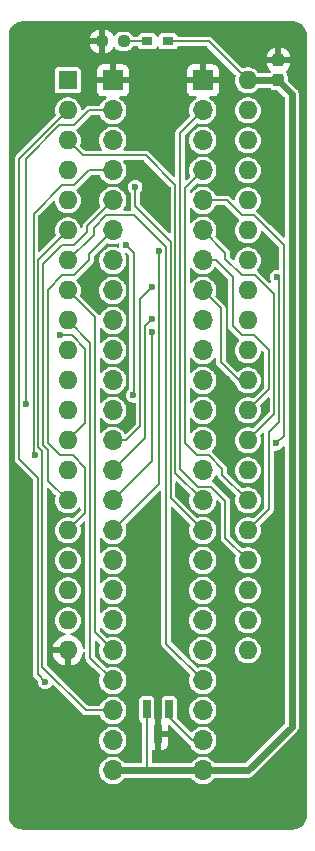
<source format=gbr>
G04 #@! TF.GenerationSoftware,KiCad,Pcbnew,8.0.4+dfsg-1*
G04 #@! TF.CreationDate,2025-02-23T17:08:30+09:00*
G04 #@! TF.ProjectId,bionic-tmp90c802,62696f6e-6963-42d7-946d-703930633830,7*
G04 #@! TF.SameCoordinates,Original*
G04 #@! TF.FileFunction,Copper,L1,Top*
G04 #@! TF.FilePolarity,Positive*
%FSLAX46Y46*%
G04 Gerber Fmt 4.6, Leading zero omitted, Abs format (unit mm)*
G04 Created by KiCad (PCBNEW 8.0.4+dfsg-1) date 2025-02-23 17:08:30*
%MOMM*%
%LPD*%
G01*
G04 APERTURE LIST*
G04 Aperture macros list*
%AMRoundRect*
0 Rectangle with rounded corners*
0 $1 Rounding radius*
0 $2 $3 $4 $5 $6 $7 $8 $9 X,Y pos of 4 corners*
0 Add a 4 corners polygon primitive as box body*
4,1,4,$2,$3,$4,$5,$6,$7,$8,$9,$2,$3,0*
0 Add four circle primitives for the rounded corners*
1,1,$1+$1,$2,$3*
1,1,$1+$1,$4,$5*
1,1,$1+$1,$6,$7*
1,1,$1+$1,$8,$9*
0 Add four rect primitives between the rounded corners*
20,1,$1+$1,$2,$3,$4,$5,0*
20,1,$1+$1,$4,$5,$6,$7,0*
20,1,$1+$1,$6,$7,$8,$9,0*
20,1,$1+$1,$8,$9,$2,$3,0*%
G04 Aperture macros list end*
G04 #@! TA.AperFunction,SMDPad,CuDef*
%ADD10R,0.660400X1.625600*%
G04 #@! TD*
G04 #@! TA.AperFunction,ComponentPad*
%ADD11R,1.600000X1.600000*%
G04 #@! TD*
G04 #@! TA.AperFunction,ComponentPad*
%ADD12O,1.600000X1.600000*%
G04 #@! TD*
G04 #@! TA.AperFunction,ComponentPad*
%ADD13O,1.700000X1.700000*%
G04 #@! TD*
G04 #@! TA.AperFunction,ComponentPad*
%ADD14R,1.700000X1.700000*%
G04 #@! TD*
G04 #@! TA.AperFunction,SMDPad,CuDef*
%ADD15R,0.965200X0.762000*%
G04 #@! TD*
G04 #@! TA.AperFunction,SMDPad,CuDef*
%ADD16RoundRect,0.237500X0.250000X0.237500X-0.250000X0.237500X-0.250000X-0.237500X0.250000X-0.237500X0*%
G04 #@! TD*
G04 #@! TA.AperFunction,SMDPad,CuDef*
%ADD17RoundRect,0.237500X0.237500X-0.300000X0.237500X0.300000X-0.237500X0.300000X-0.237500X-0.300000X0*%
G04 #@! TD*
G04 #@! TA.AperFunction,ViaPad*
%ADD18C,0.600000*%
G04 #@! TD*
G04 #@! TA.AperFunction,Conductor*
%ADD19C,0.200000*%
G04 #@! TD*
G04 #@! TA.AperFunction,Conductor*
%ADD20C,0.600000*%
G04 #@! TD*
G04 #@! TA.AperFunction,Conductor*
%ADD21C,0.800000*%
G04 #@! TD*
G04 APERTURE END LIST*
D10*
X114665200Y-128318400D03*
X112765198Y-128318400D03*
X113715199Y-130450400D03*
D11*
X106080000Y-75080000D03*
D12*
X106080000Y-77620000D03*
X106080000Y-80160000D03*
X106080000Y-82700000D03*
X106080000Y-85240000D03*
X106080000Y-87780000D03*
X106080000Y-90320000D03*
X106080000Y-92860000D03*
X106080000Y-95400000D03*
X106080000Y-97940000D03*
X106080000Y-100480000D03*
X106080000Y-103020000D03*
X106080000Y-105560000D03*
X106080000Y-108100000D03*
X106080000Y-110640000D03*
X106080000Y-113180000D03*
X106080000Y-115720000D03*
X106080000Y-118260000D03*
X106080000Y-120800000D03*
X106080000Y-123340000D03*
X121320000Y-123340000D03*
X121320000Y-120800000D03*
X121320000Y-118260000D03*
X121320000Y-115720000D03*
X121320000Y-113180000D03*
X121320000Y-110640000D03*
X121320000Y-108100000D03*
X121320000Y-105560000D03*
X121320000Y-103020000D03*
X121320000Y-100480000D03*
X121320000Y-97940000D03*
X121320000Y-95400000D03*
X121320000Y-92860000D03*
X121320000Y-90320000D03*
X121320000Y-87780000D03*
X121320000Y-85240000D03*
X121320000Y-82700000D03*
X121320000Y-80160000D03*
X121320000Y-77620000D03*
X121320000Y-75080000D03*
D13*
X117510000Y-133500000D03*
X117510000Y-130960000D03*
X117510000Y-128420000D03*
X117510000Y-125880000D03*
X117510000Y-123340000D03*
X117510000Y-120800000D03*
X117510000Y-118260000D03*
X117510000Y-115720000D03*
X117510000Y-113180000D03*
X117510000Y-110640000D03*
X117510000Y-108100000D03*
X117510000Y-105560000D03*
X117510000Y-103020000D03*
X117510000Y-100480000D03*
X117510000Y-97940000D03*
X117510000Y-95400000D03*
X117510000Y-92860000D03*
X117510000Y-90320000D03*
X117510000Y-87780000D03*
X117510000Y-85240000D03*
X117510000Y-82700000D03*
X117510000Y-80160000D03*
X117510000Y-77620000D03*
D14*
X117510000Y-75080000D03*
X109890000Y-75080000D03*
D13*
X109890000Y-77620000D03*
X109890000Y-80160000D03*
X109890000Y-82700000D03*
X109890000Y-85240000D03*
X109890000Y-87780000D03*
X109890000Y-90320000D03*
X109890000Y-92860000D03*
X109890000Y-95400000D03*
X109890000Y-97940000D03*
X109890000Y-100480000D03*
X109890000Y-103020000D03*
X109890000Y-105560000D03*
X109890000Y-108100000D03*
X109890000Y-110640000D03*
X109890000Y-113180000D03*
X109890000Y-115720000D03*
X109890000Y-118260000D03*
X109890000Y-120800000D03*
X109890000Y-123340000D03*
X109890000Y-125880000D03*
X109890000Y-128420000D03*
X109890000Y-130960000D03*
X109890000Y-133500000D03*
D15*
X112823700Y-71778000D03*
X114576300Y-71778000D03*
D16*
X110802500Y-71778000D03*
X108977500Y-71778000D03*
D17*
X123910800Y-75078900D03*
X123910800Y-73353900D03*
D18*
X122844000Y-76604000D03*
X119542000Y-100353000D03*
X106181600Y-128775600D03*
X115427200Y-115872400D03*
X123352000Y-114323000D03*
X112226800Y-113129200D03*
X110906000Y-99210000D03*
X104937000Y-116990000D03*
X118780000Y-86510000D03*
X121269200Y-73200400D03*
X111287000Y-104163000D03*
X113192000Y-85494000D03*
X122590000Y-128420000D03*
X113700000Y-125880000D03*
X112557000Y-122959000D03*
X113700000Y-132230000D03*
X123698000Y-105814000D03*
X123768000Y-91717000D03*
X113227000Y-96416000D03*
X113786000Y-89558000D03*
X103321000Y-106830000D03*
X105419600Y-96670000D03*
X102578000Y-102512000D03*
X111795000Y-84097000D03*
X113227000Y-95247600D03*
X113192000Y-92606000D03*
X104175000Y-126007000D03*
X111033000Y-89050000D03*
X111627000Y-101750000D03*
D19*
X109890000Y-85240000D02*
X107731000Y-87399000D01*
X107731000Y-87399000D02*
X107731000Y-87907000D01*
X103978000Y-105916086D02*
X104429000Y-106367086D01*
X107731000Y-87907000D02*
X106588000Y-89050000D01*
X106588000Y-89050000D02*
X105572000Y-89050000D01*
X103978000Y-90644000D02*
X103978000Y-105916086D01*
X105572000Y-89050000D02*
X103978000Y-90644000D01*
X104429000Y-106367086D02*
X104429000Y-108989000D01*
X104429000Y-108989000D02*
X106080000Y-110640000D01*
D20*
X123860000Y-75080000D02*
X122844000Y-75080000D01*
X121320000Y-133500000D02*
X125028400Y-129791600D01*
X125028400Y-76248400D02*
X123860000Y-75080000D01*
D19*
X118018000Y-71778000D02*
X121320000Y-75080000D01*
D20*
X117510000Y-133500000D02*
X121320000Y-133500000D01*
X112811000Y-133500000D02*
X117510000Y-133500000D01*
D19*
X114576300Y-71778000D02*
X118018000Y-71778000D01*
X112765198Y-128318400D02*
X112765198Y-133454198D01*
D20*
X125028400Y-129791600D02*
X125028400Y-76248400D01*
X109890000Y-133500000D02*
X112811000Y-133500000D01*
X122844000Y-75080000D02*
X121320000Y-75080000D01*
D21*
X123860000Y-74926500D02*
X123860000Y-75080000D01*
D19*
X112765198Y-133454198D02*
X112811000Y-133500000D01*
X119034000Y-94384000D02*
X119034000Y-98956000D01*
X120558000Y-100480000D02*
X121320000Y-100480000D01*
X119034000Y-98956000D02*
X120558000Y-100480000D01*
X117510000Y-92860000D02*
X119034000Y-94384000D01*
X118653000Y-90320000D02*
X120050000Y-91717000D01*
X123098000Y-97940000D02*
X123098000Y-101242000D01*
X123098000Y-101242000D02*
X121320000Y-103020000D01*
X121828000Y-96670000D02*
X123098000Y-97940000D01*
X117510000Y-90320000D02*
X118653000Y-90320000D01*
X120050000Y-91717000D02*
X120050000Y-95908000D01*
X120050000Y-95908000D02*
X120812000Y-96670000D01*
X120812000Y-96670000D02*
X121828000Y-96670000D01*
X120796182Y-91590000D02*
X119415000Y-90208818D01*
X123568000Y-93203000D02*
X121955000Y-91590000D01*
X119415000Y-90208818D02*
X119415000Y-89685000D01*
X121320000Y-105560000D02*
X123568000Y-103312000D01*
X119415000Y-89685000D02*
X117510000Y-87780000D01*
X123568000Y-103312000D02*
X123568000Y-93203000D01*
X121955000Y-91590000D02*
X120796182Y-91590000D01*
X120812000Y-86510000D02*
X119542000Y-85240000D01*
X124368000Y-89050000D02*
X121828000Y-86510000D01*
X121828000Y-86510000D02*
X120812000Y-86510000D01*
X123698000Y-105814000D02*
X124368000Y-105144000D01*
X124368000Y-105144000D02*
X124368000Y-89050000D01*
X119542000Y-85240000D02*
X117510000Y-85240000D01*
X117510000Y-82700000D02*
X115986000Y-84224000D01*
X119161000Y-108481000D02*
X121320000Y-110640000D01*
X117002000Y-106830000D02*
X118018000Y-106830000D01*
X115986000Y-105814000D02*
X117002000Y-106830000D01*
X115986000Y-84224000D02*
X115986000Y-105814000D01*
X118018000Y-106830000D02*
X119161000Y-107973000D01*
X119161000Y-107973000D02*
X119161000Y-108481000D01*
X123968000Y-104016900D02*
X123098000Y-104886900D01*
X123768000Y-91717000D02*
X123968000Y-91917000D01*
X123098000Y-104886900D02*
X123098000Y-111402000D01*
X123968000Y-91917000D02*
X123968000Y-104016900D01*
X123098000Y-111402000D02*
X121320000Y-113180000D01*
X118233700Y-109490000D02*
X119415000Y-110671300D01*
X117122000Y-109490000D02*
X118233700Y-109490000D01*
X115586000Y-107954000D02*
X117122000Y-109490000D01*
X119415000Y-110671300D02*
X119415000Y-113815000D01*
X119415000Y-113815000D02*
X121320000Y-115720000D01*
X117510000Y-77620000D02*
X115586000Y-79544000D01*
X115586000Y-79544000D02*
X115586000Y-107954000D01*
X113242800Y-107287200D02*
X109890000Y-110640000D01*
X113227000Y-96416000D02*
X113242800Y-96431800D01*
X113242800Y-96431800D02*
X113242800Y-107287200D01*
X113827000Y-109243000D02*
X109890000Y-113180000D01*
X113786000Y-89558000D02*
X113827000Y-89599000D01*
X113827000Y-89599000D02*
X113827000Y-109243000D01*
X104378000Y-92784000D02*
X104378000Y-105750400D01*
X107858000Y-90320000D02*
X106588000Y-91590000D01*
X107858000Y-89812000D02*
X107858000Y-90320000D01*
X106588000Y-91590000D02*
X105572000Y-91590000D01*
X109890000Y-87780000D02*
X107858000Y-89812000D01*
X106486400Y-106830000D02*
X107566000Y-107909600D01*
X104378000Y-105750400D02*
X105457600Y-106830000D01*
X105572000Y-91590000D02*
X104378000Y-92784000D01*
X107566000Y-107909600D02*
X107566000Y-111694000D01*
X105457600Y-106830000D02*
X106486400Y-106830000D01*
X107566000Y-111694000D02*
X106080000Y-113180000D01*
X111679628Y-86510000D02*
X109312686Y-86510000D01*
X108258000Y-88142000D02*
X106080000Y-90320000D01*
X117510000Y-125880000D02*
X114386000Y-122756000D01*
X109312686Y-86510000D02*
X108258000Y-87564686D01*
X114386000Y-89216372D02*
X111679628Y-86510000D01*
X114386000Y-122756000D02*
X114386000Y-89216372D01*
X108258000Y-87564686D02*
X108258000Y-88142000D01*
X103178000Y-86364000D02*
X105572000Y-83970000D01*
X105572000Y-83970000D02*
X106588000Y-83970000D01*
X103178000Y-106687000D02*
X103178000Y-86364000D01*
X107858000Y-82700000D02*
X109890000Y-82700000D01*
X103321000Y-106830000D02*
X103178000Y-106687000D01*
X106588000Y-83970000D02*
X107858000Y-82700000D01*
X107566000Y-104074000D02*
X106080000Y-105560000D01*
X106410200Y-96670000D02*
X107566000Y-97825800D01*
X107566000Y-97825800D02*
X107566000Y-104074000D01*
X105419600Y-96670000D02*
X106410200Y-96670000D01*
X112684000Y-81430000D02*
X107350000Y-81430000D01*
X117510000Y-110640000D02*
X115186000Y-108316000D01*
X115186000Y-83932000D02*
X112684000Y-81430000D01*
X115186000Y-108316000D02*
X115186000Y-83932000D01*
X107350000Y-81430000D02*
X106080000Y-80160000D01*
X102524000Y-81741686D02*
X105375686Y-78890000D01*
X106588000Y-78890000D02*
X107858000Y-77620000D01*
X107858000Y-77620000D02*
X109890000Y-77620000D01*
X102524000Y-102458000D02*
X102524000Y-81741686D01*
X102578000Y-102512000D02*
X102524000Y-102458000D01*
X105375686Y-78890000D02*
X106588000Y-78890000D01*
X114786000Y-110456000D02*
X117510000Y-113180000D01*
X111795000Y-85748000D02*
X114786000Y-88739000D01*
X111795000Y-84097000D02*
X111795000Y-85748000D01*
X114786000Y-88739000D02*
X114786000Y-110456000D01*
X113227000Y-95247600D02*
X112627000Y-95847600D01*
X112627000Y-95847600D02*
X112627000Y-105363000D01*
X112627000Y-105363000D02*
X109890000Y-108100000D01*
X112227000Y-104366000D02*
X111033000Y-105560000D01*
X111033000Y-105560000D02*
X109890000Y-105560000D01*
X112227000Y-93571000D02*
X112227000Y-104366000D01*
X113192000Y-92606000D02*
X112227000Y-93571000D01*
X109890000Y-125880000D02*
X107966000Y-123956000D01*
X107966000Y-123956000D02*
X107966000Y-97286000D01*
X107966000Y-97286000D02*
X106080000Y-95400000D01*
X101978000Y-81722000D02*
X106080000Y-77620000D01*
X101978000Y-107173000D02*
X101978000Y-81722000D01*
X104175000Y-126007000D02*
X103521000Y-125353000D01*
X103521000Y-125353000D02*
X103521000Y-108716000D01*
X103521000Y-108716000D02*
X101978000Y-107173000D01*
X103921000Y-106424771D02*
X103578000Y-106081771D01*
X103578000Y-90282000D02*
X106080000Y-87780000D01*
X107604000Y-128420000D02*
X103921000Y-124737000D01*
X103578000Y-106081771D02*
X103578000Y-90282000D01*
X103921000Y-124737000D02*
X103921000Y-106424771D01*
X109890000Y-128420000D02*
X107604000Y-128420000D01*
X108366000Y-95146000D02*
X108366000Y-121816000D01*
X108366000Y-121816000D02*
X109890000Y-123340000D01*
X106080000Y-92860000D02*
X108366000Y-95146000D01*
X114665200Y-129004200D02*
X116621000Y-130960000D01*
X116621000Y-130960000D02*
X117510000Y-130960000D01*
X114665200Y-128318400D02*
X114665200Y-129004200D01*
X111668000Y-89685000D02*
X111033000Y-89050000D01*
X111627000Y-101750000D02*
X111668000Y-101709000D01*
X111668000Y-101709000D02*
X111668000Y-89685000D01*
X110802500Y-71778000D02*
X112823700Y-71778000D01*
G04 #@! TA.AperFunction,Conductor*
G36*
X109469090Y-88850756D02*
G01*
X109562589Y-88886977D01*
X109573802Y-88891321D01*
X109783390Y-88930500D01*
X109996610Y-88930500D01*
X110206198Y-88891321D01*
X110305504Y-88852849D01*
X110366593Y-88849460D01*
X110418010Y-88882626D01*
X110440113Y-88939679D01*
X110439418Y-88958087D01*
X110427318Y-89049999D01*
X110427318Y-89050000D01*
X110439418Y-89141912D01*
X110428268Y-89202073D01*
X110383885Y-89244190D01*
X110323223Y-89252176D01*
X110305503Y-89247149D01*
X110206197Y-89208678D01*
X109996610Y-89169500D01*
X109783390Y-89169500D01*
X109573804Y-89208678D01*
X109374980Y-89285702D01*
X109374975Y-89285705D01*
X109193699Y-89397946D01*
X109193692Y-89397952D01*
X109036135Y-89541586D01*
X109036131Y-89541589D01*
X109036128Y-89541593D01*
X109032723Y-89546102D01*
X108907635Y-89711743D01*
X108907630Y-89711752D01*
X108812596Y-89902608D01*
X108754244Y-90107688D01*
X108734571Y-90320000D01*
X108754244Y-90532311D01*
X108763805Y-90565913D01*
X108812595Y-90737389D01*
X108907634Y-90928255D01*
X109036128Y-91098407D01*
X109092347Y-91149658D01*
X109193692Y-91242047D01*
X109193699Y-91242053D01*
X109238057Y-91269518D01*
X109374981Y-91354298D01*
X109573802Y-91431321D01*
X109783390Y-91470500D01*
X109996610Y-91470500D01*
X110206198Y-91431321D01*
X110405019Y-91354298D01*
X110586302Y-91242052D01*
X110743872Y-91098407D01*
X110872366Y-90928255D01*
X110967405Y-90737389D01*
X111025756Y-90532310D01*
X111045429Y-90320000D01*
X111025756Y-90107690D01*
X110967405Y-89902611D01*
X110914162Y-89795685D01*
X110905150Y-89735168D01*
X110933430Y-89680910D01*
X110988201Y-89653638D01*
X111015704Y-89653405D01*
X111033000Y-89655682D01*
X111033000Y-89655681D01*
X111039434Y-89656529D01*
X111039206Y-89658256D01*
X111089473Y-89674589D01*
X111101285Y-89684678D01*
X111238503Y-89821895D01*
X111266281Y-89876412D01*
X111267500Y-89891899D01*
X111267500Y-101220117D01*
X111248593Y-101278308D01*
X111228770Y-101298657D01*
X111198721Y-101321715D01*
X111198716Y-101321721D01*
X111102462Y-101447160D01*
X111102462Y-101447161D01*
X111041957Y-101593233D01*
X111041955Y-101593241D01*
X111021318Y-101749999D01*
X111021318Y-101750000D01*
X111041955Y-101906758D01*
X111041957Y-101906766D01*
X111102462Y-102052838D01*
X111102462Y-102052839D01*
X111167823Y-102138019D01*
X111198718Y-102178282D01*
X111324159Y-102274536D01*
X111324160Y-102274536D01*
X111324161Y-102274537D01*
X111326300Y-102275423D01*
X111470238Y-102335044D01*
X111587809Y-102350522D01*
X111626999Y-102355682D01*
X111627000Y-102355682D01*
X111714578Y-102344152D01*
X111774739Y-102355302D01*
X111816856Y-102399684D01*
X111826500Y-102442305D01*
X111826500Y-104159098D01*
X111807593Y-104217289D01*
X111797504Y-104229102D01*
X111036972Y-104989633D01*
X110982455Y-105017410D01*
X110922023Y-105007839D01*
X110878758Y-104964574D01*
X110878404Y-104963872D01*
X110872366Y-104951745D01*
X110743872Y-104781593D01*
X110662011Y-104706966D01*
X110586307Y-104637952D01*
X110586300Y-104637946D01*
X110405024Y-104525705D01*
X110405019Y-104525702D01*
X110353078Y-104505580D01*
X110206198Y-104448679D01*
X110206197Y-104448678D01*
X110206195Y-104448678D01*
X109996610Y-104409500D01*
X109783390Y-104409500D01*
X109573804Y-104448678D01*
X109374980Y-104525702D01*
X109374975Y-104525705D01*
X109193699Y-104637946D01*
X109193692Y-104637952D01*
X109036135Y-104781586D01*
X109036119Y-104781603D01*
X108944503Y-104902922D01*
X108894347Y-104937965D01*
X108833172Y-104936834D01*
X108784345Y-104899961D01*
X108766500Y-104843261D01*
X108766500Y-103736738D01*
X108785407Y-103678547D01*
X108834907Y-103642583D01*
X108896093Y-103642583D01*
X108944501Y-103677075D01*
X109036128Y-103798407D01*
X109036135Y-103798413D01*
X109193692Y-103942047D01*
X109193699Y-103942053D01*
X109297389Y-104006255D01*
X109374981Y-104054298D01*
X109573802Y-104131321D01*
X109783390Y-104170500D01*
X109996610Y-104170500D01*
X110206198Y-104131321D01*
X110405019Y-104054298D01*
X110586302Y-103942052D01*
X110743872Y-103798407D01*
X110872366Y-103628255D01*
X110967405Y-103437389D01*
X111025756Y-103232310D01*
X111045429Y-103020000D01*
X111025756Y-102807690D01*
X110967405Y-102602611D01*
X110872366Y-102411745D01*
X110743872Y-102241593D01*
X110674417Y-102178276D01*
X110586307Y-102097952D01*
X110586300Y-102097946D01*
X110405024Y-101985705D01*
X110405019Y-101985702D01*
X110206198Y-101908679D01*
X110206197Y-101908678D01*
X110206195Y-101908678D01*
X109996610Y-101869500D01*
X109783390Y-101869500D01*
X109573804Y-101908678D01*
X109374980Y-101985702D01*
X109374975Y-101985705D01*
X109193699Y-102097946D01*
X109193692Y-102097952D01*
X109036135Y-102241586D01*
X109036119Y-102241603D01*
X108944503Y-102362922D01*
X108894347Y-102397965D01*
X108833172Y-102396834D01*
X108784345Y-102359961D01*
X108766500Y-102303261D01*
X108766500Y-101196738D01*
X108785407Y-101138547D01*
X108834907Y-101102583D01*
X108896093Y-101102583D01*
X108944501Y-101137075D01*
X109036128Y-101258407D01*
X109036135Y-101258413D01*
X109193692Y-101402047D01*
X109193699Y-101402053D01*
X109266548Y-101447159D01*
X109374981Y-101514298D01*
X109573802Y-101591321D01*
X109783390Y-101630500D01*
X109996610Y-101630500D01*
X110206198Y-101591321D01*
X110405019Y-101514298D01*
X110586302Y-101402052D01*
X110743872Y-101258407D01*
X110872366Y-101088255D01*
X110967405Y-100897389D01*
X111025756Y-100692310D01*
X111045429Y-100480000D01*
X111025756Y-100267690D01*
X110967405Y-100062611D01*
X110872366Y-99871745D01*
X110743872Y-99701593D01*
X110689623Y-99652139D01*
X110586307Y-99557952D01*
X110586300Y-99557946D01*
X110405024Y-99445705D01*
X110405019Y-99445702D01*
X110312592Y-99409896D01*
X110206198Y-99368679D01*
X110206197Y-99368678D01*
X110206195Y-99368678D01*
X109996610Y-99329500D01*
X109783390Y-99329500D01*
X109573804Y-99368678D01*
X109374980Y-99445702D01*
X109374975Y-99445705D01*
X109193699Y-99557946D01*
X109193692Y-99557952D01*
X109036135Y-99701586D01*
X109036119Y-99701603D01*
X108944503Y-99822922D01*
X108894347Y-99857965D01*
X108833172Y-99856834D01*
X108784345Y-99819961D01*
X108766500Y-99763261D01*
X108766500Y-98656738D01*
X108785407Y-98598547D01*
X108834907Y-98562583D01*
X108896093Y-98562583D01*
X108944501Y-98597075D01*
X109036128Y-98718407D01*
X109086784Y-98764586D01*
X109193692Y-98862047D01*
X109193699Y-98862053D01*
X109234055Y-98887040D01*
X109374981Y-98974298D01*
X109573802Y-99051321D01*
X109783390Y-99090500D01*
X109996610Y-99090500D01*
X110206198Y-99051321D01*
X110405019Y-98974298D01*
X110586302Y-98862052D01*
X110743872Y-98718407D01*
X110872366Y-98548255D01*
X110967405Y-98357389D01*
X111025756Y-98152310D01*
X111045429Y-97940000D01*
X111025756Y-97727690D01*
X110967405Y-97522611D01*
X110872366Y-97331745D01*
X110743872Y-97161593D01*
X110674424Y-97098282D01*
X110586307Y-97017952D01*
X110586300Y-97017946D01*
X110405024Y-96905705D01*
X110405019Y-96905702D01*
X110206195Y-96828678D01*
X109996610Y-96789500D01*
X109783390Y-96789500D01*
X109573804Y-96828678D01*
X109374980Y-96905702D01*
X109374975Y-96905705D01*
X109193699Y-97017946D01*
X109193692Y-97017952D01*
X109036135Y-97161586D01*
X109036119Y-97161603D01*
X108944503Y-97282922D01*
X108894347Y-97317965D01*
X108833172Y-97316834D01*
X108784345Y-97279961D01*
X108766500Y-97223261D01*
X108766500Y-96116738D01*
X108785407Y-96058547D01*
X108834907Y-96022583D01*
X108896093Y-96022583D01*
X108944501Y-96057075D01*
X109036128Y-96178407D01*
X109105571Y-96241713D01*
X109193692Y-96322047D01*
X109193699Y-96322053D01*
X109238060Y-96349520D01*
X109374981Y-96434298D01*
X109573802Y-96511321D01*
X109783390Y-96550500D01*
X109996610Y-96550500D01*
X110206198Y-96511321D01*
X110405019Y-96434298D01*
X110586302Y-96322052D01*
X110743872Y-96178407D01*
X110872366Y-96008255D01*
X110967405Y-95817389D01*
X111025756Y-95612310D01*
X111045429Y-95400000D01*
X111025756Y-95187690D01*
X110967405Y-94982611D01*
X110872366Y-94791745D01*
X110743872Y-94621593D01*
X110668021Y-94552445D01*
X110586307Y-94477952D01*
X110586300Y-94477946D01*
X110405024Y-94365705D01*
X110405019Y-94365702D01*
X110206195Y-94288678D01*
X109996610Y-94249500D01*
X109783390Y-94249500D01*
X109573804Y-94288678D01*
X109374980Y-94365702D01*
X109374975Y-94365705D01*
X109193699Y-94477946D01*
X109193692Y-94477952D01*
X109036135Y-94621586D01*
X109036131Y-94621589D01*
X109036128Y-94621593D01*
X109036125Y-94621597D01*
X108907635Y-94791743D01*
X108907630Y-94791752D01*
X108858434Y-94890552D01*
X108815571Y-94934215D01*
X108755230Y-94944344D01*
X108700459Y-94917071D01*
X108690970Y-94904821D01*
X108690431Y-94905236D01*
X108686482Y-94900090D01*
X108686481Y-94900089D01*
X108686480Y-94900087D01*
X107137336Y-93350943D01*
X107109559Y-93296426D01*
X107112118Y-93253848D01*
X107166397Y-93063083D01*
X107185215Y-92860000D01*
X108734571Y-92860000D01*
X108754244Y-93072310D01*
X108812595Y-93277389D01*
X108907634Y-93468255D01*
X109036128Y-93638407D01*
X109036135Y-93638413D01*
X109193692Y-93782047D01*
X109193699Y-93782053D01*
X109297389Y-93846255D01*
X109374981Y-93894298D01*
X109573802Y-93971321D01*
X109783390Y-94010500D01*
X109996610Y-94010500D01*
X110206198Y-93971321D01*
X110405019Y-93894298D01*
X110586302Y-93782052D01*
X110743872Y-93638407D01*
X110872366Y-93468255D01*
X110967405Y-93277389D01*
X111025756Y-93072310D01*
X111045429Y-92860000D01*
X111025756Y-92647690D01*
X110967405Y-92442611D01*
X110872366Y-92251745D01*
X110743872Y-92081593D01*
X110676128Y-92019836D01*
X110586307Y-91937952D01*
X110586300Y-91937946D01*
X110405024Y-91825705D01*
X110405019Y-91825702D01*
X110206195Y-91748678D01*
X109996610Y-91709500D01*
X109783390Y-91709500D01*
X109573804Y-91748678D01*
X109374980Y-91825702D01*
X109374975Y-91825705D01*
X109193699Y-91937946D01*
X109193692Y-91937952D01*
X109036135Y-92081586D01*
X109036131Y-92081589D01*
X109036128Y-92081593D01*
X109036125Y-92081597D01*
X108907635Y-92251743D01*
X108907630Y-92251752D01*
X108882032Y-92303161D01*
X108812595Y-92442611D01*
X108810709Y-92449241D01*
X108754244Y-92647688D01*
X108740113Y-92800195D01*
X108734571Y-92860000D01*
X107185215Y-92860000D01*
X107166397Y-92656917D01*
X107110582Y-92460750D01*
X107019673Y-92278179D01*
X106896764Y-92115421D01*
X106833297Y-92057564D01*
X106803033Y-92004390D01*
X106809804Y-91943581D01*
X106829991Y-91914400D01*
X106833908Y-91910482D01*
X106833913Y-91910480D01*
X108178480Y-90565913D01*
X108231207Y-90474588D01*
X108258500Y-90372727D01*
X108258500Y-90267273D01*
X108258500Y-90018900D01*
X108277407Y-89960709D01*
X108287490Y-89948902D01*
X109363326Y-88873065D01*
X109417841Y-88845290D01*
X109469090Y-88850756D01*
G37*
G04 #@! TD.AperFunction*
G04 #@! TA.AperFunction,Conductor*
G36*
X119393290Y-85659407D02*
G01*
X119405103Y-85669496D01*
X120566087Y-86830480D01*
X120566089Y-86830481D01*
X120570008Y-86834400D01*
X120597785Y-86888917D01*
X120588214Y-86949349D01*
X120566700Y-86977565D01*
X120503239Y-87035417D01*
X120380328Y-87198177D01*
X120380323Y-87198186D01*
X120298450Y-87362611D01*
X120289418Y-87380750D01*
X120233603Y-87576917D01*
X120214785Y-87780000D01*
X120233603Y-87983083D01*
X120289418Y-88179250D01*
X120380327Y-88361821D01*
X120503236Y-88524579D01*
X120653959Y-88661981D01*
X120827363Y-88769348D01*
X121017544Y-88843024D01*
X121218024Y-88880500D01*
X121421976Y-88880500D01*
X121622456Y-88843024D01*
X121812637Y-88769348D01*
X121986041Y-88661981D01*
X122136764Y-88524579D01*
X122259673Y-88361821D01*
X122350582Y-88179250D01*
X122406397Y-87983083D01*
X122414779Y-87892619D01*
X122438974Y-87836425D01*
X122491581Y-87805181D01*
X122552505Y-87810826D01*
X122583360Y-87831753D01*
X123938504Y-89186897D01*
X123966281Y-89241414D01*
X123967500Y-89256901D01*
X123967500Y-91024694D01*
X123948593Y-91082885D01*
X123899093Y-91118849D01*
X123855579Y-91122847D01*
X123768002Y-91111318D01*
X123767999Y-91111318D01*
X123611241Y-91131955D01*
X123611233Y-91131957D01*
X123465161Y-91192462D01*
X123465160Y-91192462D01*
X123339723Y-91288713D01*
X123339713Y-91288723D01*
X123243462Y-91414160D01*
X123243462Y-91414161D01*
X123182957Y-91560233D01*
X123182955Y-91560241D01*
X123162318Y-91716999D01*
X123162318Y-91717000D01*
X123182955Y-91873758D01*
X123182957Y-91873766D01*
X123243461Y-92019836D01*
X123243463Y-92019838D01*
X123243464Y-92019841D01*
X123279120Y-92066309D01*
X123287699Y-92077489D01*
X123308122Y-92135166D01*
X123290744Y-92193831D01*
X123242202Y-92231078D01*
X123181037Y-92232679D01*
X123139154Y-92207761D01*
X122200913Y-91269520D01*
X122194122Y-91265599D01*
X122141242Y-91235068D01*
X122100302Y-91189598D01*
X122093907Y-91128748D01*
X122124047Y-91076171D01*
X122136764Y-91064579D01*
X122259673Y-90901821D01*
X122350582Y-90719250D01*
X122406397Y-90523083D01*
X122425215Y-90320000D01*
X122406397Y-90116917D01*
X122350582Y-89920750D01*
X122259673Y-89738179D01*
X122136764Y-89575421D01*
X121986041Y-89438019D01*
X121812637Y-89330652D01*
X121622456Y-89256976D01*
X121622455Y-89256975D01*
X121622453Y-89256975D01*
X121421976Y-89219500D01*
X121218024Y-89219500D01*
X121017546Y-89256975D01*
X120947632Y-89284059D01*
X120827363Y-89330652D01*
X120713358Y-89401241D01*
X120653959Y-89438019D01*
X120503237Y-89575420D01*
X120380328Y-89738177D01*
X120380323Y-89738186D01*
X120298450Y-89902611D01*
X120289418Y-89920750D01*
X120254656Y-90042925D01*
X120233603Y-90116917D01*
X120223879Y-90221853D01*
X120199682Y-90278051D01*
X120147075Y-90309294D01*
X120086151Y-90303648D01*
X120055297Y-90282722D01*
X119844496Y-90071921D01*
X119816719Y-90017404D01*
X119815500Y-90001917D01*
X119815500Y-89632274D01*
X119815500Y-89632273D01*
X119791203Y-89541593D01*
X119788207Y-89530412D01*
X119788206Y-89530411D01*
X119788206Y-89530409D01*
X119788205Y-89530408D01*
X119735483Y-89439091D01*
X119735482Y-89439090D01*
X119735481Y-89439089D01*
X119735480Y-89439087D01*
X118606650Y-88310257D01*
X118578873Y-88255740D01*
X118587111Y-88202182D01*
X118585752Y-88201656D01*
X118587400Y-88197398D01*
X118587405Y-88197389D01*
X118645756Y-87992310D01*
X118665429Y-87780000D01*
X118645756Y-87567690D01*
X118587405Y-87362611D01*
X118492366Y-87171745D01*
X118363872Y-87001593D01*
X118269902Y-86915927D01*
X118206307Y-86857952D01*
X118206300Y-86857946D01*
X118025024Y-86745705D01*
X118025019Y-86745702D01*
X117826195Y-86668678D01*
X117616610Y-86629500D01*
X117403390Y-86629500D01*
X117193804Y-86668678D01*
X116994980Y-86745702D01*
X116994975Y-86745705D01*
X116813699Y-86857946D01*
X116813692Y-86857952D01*
X116656135Y-87001586D01*
X116656119Y-87001603D01*
X116564503Y-87122922D01*
X116514347Y-87157965D01*
X116453172Y-87156834D01*
X116404345Y-87119961D01*
X116386500Y-87063261D01*
X116386500Y-85956738D01*
X116405407Y-85898547D01*
X116454907Y-85862583D01*
X116516093Y-85862583D01*
X116564501Y-85897075D01*
X116656128Y-86018407D01*
X116720119Y-86076743D01*
X116813692Y-86162047D01*
X116813699Y-86162053D01*
X116858060Y-86189520D01*
X116994981Y-86274298D01*
X117193802Y-86351321D01*
X117403390Y-86390500D01*
X117616610Y-86390500D01*
X117826198Y-86351321D01*
X118025019Y-86274298D01*
X118206302Y-86162052D01*
X118363872Y-86018407D01*
X118492366Y-85848255D01*
X118568492Y-85695372D01*
X118611354Y-85651710D01*
X118657113Y-85640500D01*
X119335099Y-85640500D01*
X119393290Y-85659407D01*
G37*
G04 #@! TD.AperFunction*
G04 #@! TA.AperFunction,Conductor*
G36*
X112535290Y-81849407D02*
G01*
X112547103Y-81859496D01*
X114756504Y-84068897D01*
X114784281Y-84123414D01*
X114785500Y-84138901D01*
X114785500Y-87933099D01*
X114766593Y-87991290D01*
X114717093Y-88027254D01*
X114655907Y-88027254D01*
X114616496Y-88003103D01*
X112224496Y-85611103D01*
X112196719Y-85556586D01*
X112195500Y-85541099D01*
X112195500Y-84594071D01*
X112214407Y-84535880D01*
X112221715Y-84527324D01*
X112272152Y-84461593D01*
X112319536Y-84399841D01*
X112380044Y-84253762D01*
X112400682Y-84097000D01*
X112380044Y-83940238D01*
X112319537Y-83794161D01*
X112319537Y-83794160D01*
X112223286Y-83668723D01*
X112223285Y-83668722D01*
X112223282Y-83668718D01*
X112223277Y-83668714D01*
X112223276Y-83668713D01*
X112110244Y-83581981D01*
X112097841Y-83572464D01*
X112097840Y-83572463D01*
X112097838Y-83572462D01*
X111951766Y-83511957D01*
X111951758Y-83511955D01*
X111795001Y-83491318D01*
X111794999Y-83491318D01*
X111638241Y-83511955D01*
X111638233Y-83511957D01*
X111492161Y-83572462D01*
X111492160Y-83572462D01*
X111366723Y-83668713D01*
X111366713Y-83668723D01*
X111270462Y-83794160D01*
X111270462Y-83794161D01*
X111209957Y-83940233D01*
X111209955Y-83940241D01*
X111189318Y-84096999D01*
X111189318Y-84097000D01*
X111209955Y-84253758D01*
X111209957Y-84253766D01*
X111270462Y-84399838D01*
X111270462Y-84399839D01*
X111370668Y-84530431D01*
X111369283Y-84531493D01*
X111393279Y-84578569D01*
X111394500Y-84594071D01*
X111394500Y-85695273D01*
X111394500Y-85800727D01*
X111421793Y-85902588D01*
X111421794Y-85902590D01*
X111455517Y-85960999D01*
X111468239Y-86020848D01*
X111443353Y-86076743D01*
X111390365Y-86107336D01*
X111369781Y-86109500D01*
X110873901Y-86109500D01*
X110815710Y-86090593D01*
X110779746Y-86041093D01*
X110779746Y-85979907D01*
X110794897Y-85950839D01*
X110872366Y-85848255D01*
X110967405Y-85657389D01*
X111025756Y-85452310D01*
X111045429Y-85240000D01*
X111025756Y-85027690D01*
X110967405Y-84822611D01*
X110872366Y-84631745D01*
X110743872Y-84461593D01*
X110676132Y-84399839D01*
X110586307Y-84317952D01*
X110586300Y-84317946D01*
X110405024Y-84205705D01*
X110405019Y-84205702D01*
X110206195Y-84128678D01*
X109996610Y-84089500D01*
X109783390Y-84089500D01*
X109573804Y-84128678D01*
X109374980Y-84205702D01*
X109374975Y-84205705D01*
X109193699Y-84317946D01*
X109193692Y-84317952D01*
X109036135Y-84461586D01*
X109036131Y-84461589D01*
X109036128Y-84461593D01*
X109036125Y-84461597D01*
X108907635Y-84631743D01*
X108907630Y-84631752D01*
X108812596Y-84822608D01*
X108754244Y-85027688D01*
X108734571Y-85240000D01*
X108754244Y-85452311D01*
X108812598Y-85657401D01*
X108814249Y-85661661D01*
X108812870Y-85662195D01*
X108820977Y-85716647D01*
X108793348Y-85770256D01*
X107410520Y-87153086D01*
X107410516Y-87153091D01*
X107357795Y-87244406D01*
X107333935Y-87333456D01*
X107333934Y-87333459D01*
X107330500Y-87346273D01*
X107330500Y-87443973D01*
X107311593Y-87502164D01*
X107262093Y-87538128D01*
X107200907Y-87538128D01*
X107151407Y-87502164D01*
X107136279Y-87471066D01*
X107110582Y-87380750D01*
X107019673Y-87198179D01*
X106896764Y-87035421D01*
X106746041Y-86898019D01*
X106572637Y-86790652D01*
X106382456Y-86716976D01*
X106382455Y-86716975D01*
X106382453Y-86716975D01*
X106181976Y-86679500D01*
X105978024Y-86679500D01*
X105777546Y-86716975D01*
X105707632Y-86744059D01*
X105587363Y-86790652D01*
X105478676Y-86857948D01*
X105413959Y-86898019D01*
X105263237Y-87035420D01*
X105140328Y-87198177D01*
X105140323Y-87198186D01*
X105058450Y-87362611D01*
X105049418Y-87380750D01*
X104993603Y-87576917D01*
X104974785Y-87780000D01*
X104993603Y-87983083D01*
X104996229Y-87992311D01*
X105047880Y-88173845D01*
X105045619Y-88234989D01*
X105022663Y-88270942D01*
X103747504Y-89546102D01*
X103692987Y-89573879D01*
X103632555Y-89564308D01*
X103589290Y-89521043D01*
X103578500Y-89476098D01*
X103578500Y-86570900D01*
X103597407Y-86512709D01*
X103607490Y-86500902D01*
X104816641Y-85291750D01*
X104871156Y-85263975D01*
X104931588Y-85273546D01*
X104974853Y-85316811D01*
X104985220Y-85352619D01*
X104993603Y-85443083D01*
X105041409Y-85611103D01*
X105049419Y-85639252D01*
X105129823Y-85800727D01*
X105140327Y-85821821D01*
X105263236Y-85984579D01*
X105413959Y-86121981D01*
X105587363Y-86229348D01*
X105777544Y-86303024D01*
X105978024Y-86340500D01*
X106181976Y-86340500D01*
X106382456Y-86303024D01*
X106572637Y-86229348D01*
X106746041Y-86121981D01*
X106896764Y-85984579D01*
X107019673Y-85821821D01*
X107110582Y-85639250D01*
X107166397Y-85443083D01*
X107185215Y-85240000D01*
X107166397Y-85036917D01*
X107110582Y-84840750D01*
X107019673Y-84658179D01*
X106896764Y-84495421D01*
X106833297Y-84437564D01*
X106803033Y-84384390D01*
X106809804Y-84323581D01*
X106829991Y-84294400D01*
X106833908Y-84290482D01*
X106833913Y-84290480D01*
X107994897Y-83129496D01*
X108049414Y-83101719D01*
X108064901Y-83100500D01*
X108742887Y-83100500D01*
X108801078Y-83119407D01*
X108831508Y-83155372D01*
X108863815Y-83220254D01*
X108907634Y-83308255D01*
X109036128Y-83478407D01*
X109077234Y-83515880D01*
X109193692Y-83622047D01*
X109193699Y-83622053D01*
X109269058Y-83668713D01*
X109374981Y-83734298D01*
X109573802Y-83811321D01*
X109783390Y-83850500D01*
X109996610Y-83850500D01*
X110206198Y-83811321D01*
X110405019Y-83734298D01*
X110586302Y-83622052D01*
X110743872Y-83478407D01*
X110872366Y-83308255D01*
X110967405Y-83117389D01*
X111025756Y-82912310D01*
X111045429Y-82700000D01*
X111025756Y-82487690D01*
X110967405Y-82282611D01*
X110872366Y-82091745D01*
X110794896Y-81989159D01*
X110774918Y-81931330D01*
X110792747Y-81872799D01*
X110841573Y-81835927D01*
X110873901Y-81830500D01*
X112477099Y-81830500D01*
X112535290Y-81849407D01*
G37*
G04 #@! TD.AperFunction*
G04 #@! TA.AperFunction,Conductor*
G36*
X125133875Y-70075805D02*
G01*
X125309097Y-70089594D01*
X125324430Y-70092023D01*
X125491550Y-70132145D01*
X125506317Y-70136943D01*
X125665104Y-70202715D01*
X125678926Y-70209758D01*
X125825469Y-70299560D01*
X125838032Y-70308688D01*
X125968717Y-70420303D01*
X125979699Y-70431285D01*
X126091311Y-70561967D01*
X126100440Y-70574532D01*
X126190238Y-70721068D01*
X126197287Y-70734902D01*
X126263054Y-70893678D01*
X126267855Y-70908453D01*
X126307975Y-71075564D01*
X126310405Y-71090907D01*
X126324195Y-71266123D01*
X126324500Y-71273891D01*
X126324500Y-137306108D01*
X126324195Y-137313876D01*
X126310405Y-137489092D01*
X126307975Y-137504435D01*
X126267855Y-137671546D01*
X126263054Y-137686321D01*
X126197287Y-137845097D01*
X126190234Y-137858939D01*
X126100442Y-138005465D01*
X126091311Y-138018032D01*
X125979699Y-138148714D01*
X125968714Y-138159699D01*
X125838032Y-138271311D01*
X125825465Y-138280442D01*
X125678939Y-138370234D01*
X125665097Y-138377287D01*
X125506321Y-138443054D01*
X125491546Y-138447855D01*
X125324435Y-138487975D01*
X125309092Y-138490405D01*
X125149743Y-138502946D01*
X125133874Y-138504195D01*
X125126108Y-138504500D01*
X102273892Y-138504500D01*
X102266125Y-138504195D01*
X102247014Y-138502691D01*
X102090907Y-138490405D01*
X102075564Y-138487975D01*
X101908453Y-138447855D01*
X101893678Y-138443054D01*
X101734902Y-138377287D01*
X101721068Y-138370238D01*
X101574532Y-138280440D01*
X101561967Y-138271311D01*
X101462706Y-138186535D01*
X101431282Y-138159696D01*
X101420303Y-138148717D01*
X101308688Y-138018032D01*
X101299560Y-138005469D01*
X101209758Y-137858926D01*
X101202715Y-137845104D01*
X101136943Y-137686317D01*
X101132144Y-137671546D01*
X101092024Y-137504435D01*
X101089594Y-137489097D01*
X101075805Y-137313875D01*
X101075500Y-137306108D01*
X101075500Y-130960000D01*
X108734571Y-130960000D01*
X108754244Y-131172310D01*
X108812595Y-131377389D01*
X108907634Y-131568255D01*
X109036128Y-131738407D01*
X109106734Y-131802773D01*
X109193692Y-131882047D01*
X109193699Y-131882053D01*
X109297389Y-131946255D01*
X109374981Y-131994298D01*
X109573802Y-132071321D01*
X109783390Y-132110500D01*
X109996610Y-132110500D01*
X110206198Y-132071321D01*
X110405019Y-131994298D01*
X110586302Y-131882052D01*
X110743872Y-131738407D01*
X110872366Y-131568255D01*
X110967405Y-131377389D01*
X111025756Y-131172310D01*
X111045429Y-130960000D01*
X111025756Y-130747690D01*
X110967405Y-130542611D01*
X110872366Y-130351745D01*
X110743872Y-130181593D01*
X110689623Y-130132139D01*
X110586307Y-130037952D01*
X110586300Y-130037946D01*
X110405024Y-129925705D01*
X110405019Y-129925702D01*
X110206195Y-129848678D01*
X109996610Y-129809500D01*
X109783390Y-129809500D01*
X109573804Y-129848678D01*
X109374980Y-129925702D01*
X109374975Y-129925705D01*
X109193699Y-130037946D01*
X109193692Y-130037952D01*
X109036135Y-130181586D01*
X109036131Y-130181589D01*
X109036128Y-130181593D01*
X109036125Y-130181597D01*
X108907635Y-130351743D01*
X108907630Y-130351752D01*
X108812596Y-130542608D01*
X108754244Y-130747688D01*
X108754244Y-130747690D01*
X108734571Y-130960000D01*
X101075500Y-130960000D01*
X101075500Y-81669273D01*
X101577500Y-81669273D01*
X101577500Y-107120273D01*
X101577500Y-107225727D01*
X101597571Y-107300634D01*
X101604794Y-107327592D01*
X101657516Y-107418908D01*
X101657518Y-107418910D01*
X101657520Y-107418913D01*
X102400523Y-108161915D01*
X103091504Y-108852896D01*
X103119281Y-108907413D01*
X103120500Y-108922900D01*
X103120500Y-125300273D01*
X103120500Y-125405727D01*
X103134597Y-125458339D01*
X103147794Y-125507592D01*
X103200516Y-125598908D01*
X103200518Y-125598910D01*
X103200520Y-125598913D01*
X103540323Y-125938716D01*
X103568099Y-125993231D01*
X103568981Y-126004447D01*
X103589955Y-126163758D01*
X103589957Y-126163766D01*
X103650462Y-126309838D01*
X103650462Y-126309839D01*
X103650464Y-126309841D01*
X103746718Y-126435282D01*
X103872159Y-126531536D01*
X104018238Y-126592044D01*
X104135809Y-126607522D01*
X104174999Y-126612682D01*
X104175000Y-126612682D01*
X104175001Y-126612682D01*
X104206352Y-126608554D01*
X104331762Y-126592044D01*
X104477841Y-126531536D01*
X104603282Y-126435282D01*
X104699536Y-126309841D01*
X104709590Y-126285569D01*
X104749327Y-126239044D01*
X104808821Y-126224760D01*
X104865349Y-126248175D01*
X104871058Y-126253451D01*
X106078338Y-127460730D01*
X107283518Y-128665910D01*
X107283520Y-128665913D01*
X107358087Y-128740480D01*
X107388930Y-128758287D01*
X107449413Y-128793207D01*
X107551270Y-128820500D01*
X107551272Y-128820501D01*
X107551273Y-128820501D01*
X107662790Y-128820501D01*
X107662806Y-128820500D01*
X108742887Y-128820500D01*
X108801078Y-128839407D01*
X108831508Y-128875372D01*
X108907634Y-129028255D01*
X109036128Y-129198407D01*
X109036135Y-129198413D01*
X109193692Y-129342047D01*
X109193699Y-129342053D01*
X109260487Y-129383406D01*
X109374981Y-129454298D01*
X109573802Y-129531321D01*
X109783390Y-129570500D01*
X109996610Y-129570500D01*
X110206198Y-129531321D01*
X110405019Y-129454298D01*
X110586302Y-129342052D01*
X110743872Y-129198407D01*
X110872366Y-129028255D01*
X110967405Y-128837389D01*
X111025756Y-128632310D01*
X111045429Y-128420000D01*
X111025756Y-128207690D01*
X110967405Y-128002611D01*
X110872366Y-127811745D01*
X110743872Y-127641593D01*
X110689623Y-127592139D01*
X110586307Y-127497952D01*
X110586300Y-127497946D01*
X110405024Y-127385705D01*
X110405019Y-127385702D01*
X110206195Y-127308678D01*
X109996610Y-127269500D01*
X109783390Y-127269500D01*
X109573804Y-127308678D01*
X109374980Y-127385702D01*
X109374975Y-127385705D01*
X109193699Y-127497946D01*
X109193692Y-127497952D01*
X109036135Y-127641586D01*
X109036131Y-127641589D01*
X109036128Y-127641593D01*
X109036125Y-127641597D01*
X108907635Y-127811743D01*
X108907630Y-127811752D01*
X108831508Y-127964628D01*
X108788646Y-128008290D01*
X108742887Y-128019500D01*
X107810900Y-128019500D01*
X107752709Y-128000593D01*
X107740896Y-127990504D01*
X104350496Y-124600103D01*
X104322719Y-124545586D01*
X104321500Y-124530099D01*
X104321500Y-118260000D01*
X104974785Y-118260000D01*
X104993603Y-118463083D01*
X105049418Y-118659250D01*
X105140327Y-118841821D01*
X105263236Y-119004579D01*
X105413959Y-119141981D01*
X105587363Y-119249348D01*
X105777544Y-119323024D01*
X105978024Y-119360500D01*
X106181976Y-119360500D01*
X106382456Y-119323024D01*
X106572637Y-119249348D01*
X106746041Y-119141981D01*
X106896764Y-119004579D01*
X107019673Y-118841821D01*
X107110582Y-118659250D01*
X107166397Y-118463083D01*
X107185215Y-118260000D01*
X107166397Y-118056917D01*
X107110582Y-117860750D01*
X107019673Y-117678179D01*
X106896764Y-117515421D01*
X106746041Y-117378019D01*
X106572637Y-117270652D01*
X106382456Y-117196976D01*
X106382455Y-117196975D01*
X106382453Y-117196975D01*
X106181976Y-117159500D01*
X105978024Y-117159500D01*
X105777546Y-117196975D01*
X105707632Y-117224059D01*
X105587363Y-117270652D01*
X105478676Y-117337948D01*
X105413959Y-117378019D01*
X105263237Y-117515420D01*
X105140328Y-117678177D01*
X105140323Y-117678186D01*
X105058450Y-117842611D01*
X105049418Y-117860750D01*
X104993603Y-118056917D01*
X104974785Y-118260000D01*
X104321500Y-118260000D01*
X104321500Y-115720000D01*
X104974785Y-115720000D01*
X104993603Y-115923083D01*
X105049418Y-116119250D01*
X105140327Y-116301821D01*
X105263236Y-116464579D01*
X105413959Y-116601981D01*
X105587363Y-116709348D01*
X105777544Y-116783024D01*
X105978024Y-116820500D01*
X106181976Y-116820500D01*
X106382456Y-116783024D01*
X106572637Y-116709348D01*
X106746041Y-116601981D01*
X106896764Y-116464579D01*
X107019673Y-116301821D01*
X107110582Y-116119250D01*
X107166397Y-115923083D01*
X107185215Y-115720000D01*
X107166397Y-115516917D01*
X107110582Y-115320750D01*
X107019673Y-115138179D01*
X106896764Y-114975421D01*
X106746041Y-114838019D01*
X106572637Y-114730652D01*
X106382456Y-114656976D01*
X106382455Y-114656975D01*
X106382453Y-114656975D01*
X106181976Y-114619500D01*
X105978024Y-114619500D01*
X105777546Y-114656975D01*
X105755334Y-114665580D01*
X105587363Y-114730652D01*
X105478676Y-114797948D01*
X105413959Y-114838019D01*
X105263237Y-114975420D01*
X105140328Y-115138177D01*
X105140323Y-115138186D01*
X105058450Y-115302611D01*
X105049418Y-115320750D01*
X104993603Y-115516917D01*
X104974785Y-115720000D01*
X104321500Y-115720000D01*
X104321500Y-109686900D01*
X104340407Y-109628709D01*
X104389907Y-109592745D01*
X104451093Y-109592745D01*
X104490503Y-109616895D01*
X104763507Y-109889900D01*
X105022663Y-110149056D01*
X105050440Y-110203573D01*
X105047880Y-110246152D01*
X104993603Y-110436915D01*
X104986209Y-110516709D01*
X104974785Y-110640000D01*
X104993603Y-110843083D01*
X105049418Y-111039250D01*
X105140327Y-111221821D01*
X105263236Y-111384579D01*
X105413959Y-111521981D01*
X105587363Y-111629348D01*
X105777544Y-111703024D01*
X105978024Y-111740500D01*
X106181976Y-111740500D01*
X106382456Y-111703024D01*
X106572637Y-111629348D01*
X106746041Y-111521981D01*
X106896764Y-111384579D01*
X106987498Y-111264427D01*
X107037652Y-111229386D01*
X107098827Y-111230517D01*
X107147654Y-111267389D01*
X107165500Y-111324090D01*
X107165500Y-111487098D01*
X107146593Y-111545289D01*
X107136504Y-111557102D01*
X106568025Y-112125580D01*
X106513508Y-112153357D01*
X106462259Y-112147891D01*
X106382460Y-112116977D01*
X106382447Y-112116974D01*
X106181976Y-112079500D01*
X105978024Y-112079500D01*
X105777546Y-112116975D01*
X105777541Y-112116977D01*
X105587363Y-112190652D01*
X105413959Y-112298019D01*
X105263236Y-112435421D01*
X105242212Y-112463261D01*
X105140328Y-112598177D01*
X105140323Y-112598186D01*
X105058450Y-112762611D01*
X105049418Y-112780750D01*
X104993603Y-112976917D01*
X104974785Y-113180000D01*
X104993603Y-113383083D01*
X105049418Y-113579250D01*
X105140327Y-113761821D01*
X105263236Y-113924579D01*
X105413959Y-114061981D01*
X105587363Y-114169348D01*
X105777544Y-114243024D01*
X105978024Y-114280500D01*
X106181976Y-114280500D01*
X106382456Y-114243024D01*
X106572637Y-114169348D01*
X106746041Y-114061981D01*
X106896764Y-113924579D01*
X107019673Y-113761821D01*
X107110582Y-113579250D01*
X107166397Y-113383083D01*
X107185215Y-113180000D01*
X107166397Y-112976917D01*
X107112118Y-112786148D01*
X107114379Y-112725008D01*
X107137334Y-112689058D01*
X107396498Y-112429894D01*
X107451013Y-112402118D01*
X107511445Y-112411689D01*
X107554710Y-112454954D01*
X107565500Y-112499899D01*
X107565500Y-123136032D01*
X107546593Y-123194223D01*
X107497093Y-123230187D01*
X107435907Y-123230187D01*
X107386407Y-123194223D01*
X107367877Y-123144660D01*
X107365142Y-123113402D01*
X107306266Y-122893676D01*
X107210134Y-122687518D01*
X107079665Y-122501188D01*
X106918811Y-122340334D01*
X106732481Y-122209865D01*
X106526323Y-122113733D01*
X106337151Y-122063044D01*
X106285836Y-122029720D01*
X106263910Y-121972598D01*
X106279746Y-121913498D01*
X106327296Y-121874992D01*
X106344568Y-121870106D01*
X106382456Y-121863024D01*
X106572637Y-121789348D01*
X106746041Y-121681981D01*
X106896764Y-121544579D01*
X107019673Y-121381821D01*
X107110582Y-121199250D01*
X107166397Y-121003083D01*
X107185215Y-120800000D01*
X107166397Y-120596917D01*
X107110582Y-120400750D01*
X107019673Y-120218179D01*
X106896764Y-120055421D01*
X106746041Y-119918019D01*
X106572637Y-119810652D01*
X106382456Y-119736976D01*
X106382455Y-119736975D01*
X106382453Y-119736975D01*
X106181976Y-119699500D01*
X105978024Y-119699500D01*
X105777546Y-119736975D01*
X105707632Y-119764059D01*
X105587363Y-119810652D01*
X105478676Y-119877948D01*
X105413959Y-119918019D01*
X105263237Y-120055420D01*
X105140328Y-120218177D01*
X105140323Y-120218186D01*
X105058450Y-120382611D01*
X105049418Y-120400750D01*
X104993603Y-120596917D01*
X104974785Y-120800000D01*
X104993603Y-121003083D01*
X105049418Y-121199250D01*
X105140327Y-121381821D01*
X105263236Y-121544579D01*
X105413959Y-121681981D01*
X105587363Y-121789348D01*
X105777544Y-121863024D01*
X105815418Y-121870103D01*
X105869141Y-121899380D01*
X105895398Y-121954645D01*
X105884156Y-122014789D01*
X105839709Y-122056838D01*
X105822848Y-122063044D01*
X105633676Y-122113733D01*
X105427518Y-122209865D01*
X105241188Y-122340334D01*
X105080334Y-122501188D01*
X104949865Y-122687518D01*
X104853733Y-122893676D01*
X104801128Y-123090000D01*
X105764314Y-123090000D01*
X105759920Y-123094394D01*
X105707259Y-123185606D01*
X105680000Y-123287339D01*
X105680000Y-123392661D01*
X105707259Y-123494394D01*
X105759920Y-123585606D01*
X105764314Y-123590000D01*
X104801128Y-123590000D01*
X104853733Y-123786323D01*
X104949865Y-123992481D01*
X105080334Y-124178811D01*
X105241188Y-124339665D01*
X105427518Y-124470134D01*
X105633676Y-124566266D01*
X105830000Y-124618872D01*
X105830000Y-123655686D01*
X105834394Y-123660080D01*
X105925606Y-123712741D01*
X106027339Y-123740000D01*
X106132661Y-123740000D01*
X106234394Y-123712741D01*
X106325606Y-123660080D01*
X106330000Y-123655686D01*
X106330000Y-124618871D01*
X106526323Y-124566266D01*
X106732481Y-124470134D01*
X106918811Y-124339665D01*
X107079665Y-124178811D01*
X107210134Y-123992481D01*
X107306266Y-123786323D01*
X107365142Y-123566597D01*
X107367877Y-123535339D01*
X107391783Y-123479017D01*
X107444229Y-123447504D01*
X107505182Y-123452837D01*
X107551359Y-123492978D01*
X107565500Y-123543967D01*
X107565500Y-123903273D01*
X107565500Y-124008727D01*
X107585824Y-124084579D01*
X107592794Y-124110592D01*
X107645516Y-124201908D01*
X107645517Y-124201909D01*
X107645518Y-124201910D01*
X107645520Y-124201913D01*
X108230539Y-124786932D01*
X108793348Y-125349741D01*
X108821125Y-125404258D01*
X108812904Y-125457818D01*
X108814249Y-125458339D01*
X108812598Y-125462598D01*
X108754244Y-125667688D01*
X108754244Y-125667690D01*
X108734571Y-125880000D01*
X108754244Y-126092310D01*
X108812595Y-126297389D01*
X108907634Y-126488255D01*
X109036128Y-126658407D01*
X109036135Y-126658413D01*
X109193692Y-126802047D01*
X109193699Y-126802053D01*
X109297389Y-126866255D01*
X109374981Y-126914298D01*
X109573802Y-126991321D01*
X109783390Y-127030500D01*
X109996610Y-127030500D01*
X110206198Y-126991321D01*
X110405019Y-126914298D01*
X110586302Y-126802052D01*
X110743872Y-126658407D01*
X110872366Y-126488255D01*
X110967405Y-126297389D01*
X111025756Y-126092310D01*
X111045429Y-125880000D01*
X111025756Y-125667690D01*
X110967405Y-125462611D01*
X110872366Y-125271745D01*
X110743872Y-125101593D01*
X110689623Y-125052139D01*
X110586307Y-124957952D01*
X110586300Y-124957946D01*
X110405024Y-124845705D01*
X110405019Y-124845702D01*
X110319657Y-124812633D01*
X110206198Y-124768679D01*
X110206197Y-124768678D01*
X110206195Y-124768678D01*
X109996610Y-124729500D01*
X109783390Y-124729500D01*
X109573802Y-124768678D01*
X109469091Y-124809243D01*
X109408000Y-124812633D01*
X109363325Y-124786932D01*
X108395496Y-123819103D01*
X108367719Y-123764586D01*
X108366500Y-123749099D01*
X108366500Y-122621901D01*
X108385407Y-122563710D01*
X108434907Y-122527746D01*
X108496093Y-122527746D01*
X108535504Y-122551897D01*
X108793348Y-122809741D01*
X108821125Y-122864258D01*
X108812904Y-122917818D01*
X108814249Y-122918339D01*
X108812598Y-122922598D01*
X108754244Y-123127688D01*
X108734571Y-123340000D01*
X108747452Y-123479017D01*
X108754244Y-123552310D01*
X108812595Y-123757389D01*
X108907634Y-123948255D01*
X109036128Y-124118407D01*
X109036135Y-124118413D01*
X109193692Y-124262047D01*
X109193699Y-124262053D01*
X109297389Y-124326255D01*
X109374981Y-124374298D01*
X109573802Y-124451321D01*
X109783390Y-124490500D01*
X109996610Y-124490500D01*
X110206198Y-124451321D01*
X110405019Y-124374298D01*
X110586302Y-124262052D01*
X110743872Y-124118407D01*
X110872366Y-123948255D01*
X110967405Y-123757389D01*
X111025756Y-123552310D01*
X111045429Y-123340000D01*
X111025756Y-123127690D01*
X110967405Y-122922611D01*
X110872366Y-122731745D01*
X110743872Y-122561593D01*
X110677611Y-122501188D01*
X110586307Y-122417952D01*
X110586300Y-122417946D01*
X110405024Y-122305705D01*
X110405019Y-122305702D01*
X110319657Y-122272633D01*
X110206198Y-122228679D01*
X110206197Y-122228678D01*
X110206195Y-122228678D01*
X109996610Y-122189500D01*
X109783390Y-122189500D01*
X109573802Y-122228678D01*
X109469091Y-122269243D01*
X109408000Y-122272633D01*
X109363325Y-122246932D01*
X108795496Y-121679103D01*
X108767719Y-121624586D01*
X108766500Y-121609099D01*
X108766500Y-121516738D01*
X108785407Y-121458547D01*
X108834907Y-121422583D01*
X108896093Y-121422583D01*
X108944501Y-121457075D01*
X109036128Y-121578407D01*
X109086784Y-121624586D01*
X109193692Y-121722047D01*
X109193699Y-121722053D01*
X109297389Y-121786255D01*
X109374981Y-121834298D01*
X109573802Y-121911321D01*
X109783390Y-121950500D01*
X109996610Y-121950500D01*
X110206198Y-121911321D01*
X110405019Y-121834298D01*
X110586302Y-121722052D01*
X110743872Y-121578407D01*
X110872366Y-121408255D01*
X110967405Y-121217389D01*
X111025756Y-121012310D01*
X111045429Y-120800000D01*
X111025756Y-120587690D01*
X110967405Y-120382611D01*
X110872366Y-120191745D01*
X110743872Y-120021593D01*
X110689623Y-119972139D01*
X110586307Y-119877952D01*
X110586300Y-119877946D01*
X110405024Y-119765705D01*
X110405019Y-119765702D01*
X110206195Y-119688678D01*
X109996610Y-119649500D01*
X109783390Y-119649500D01*
X109573804Y-119688678D01*
X109374980Y-119765702D01*
X109374975Y-119765705D01*
X109193699Y-119877946D01*
X109193692Y-119877952D01*
X109036135Y-120021586D01*
X109036119Y-120021603D01*
X108944503Y-120142922D01*
X108894347Y-120177965D01*
X108833172Y-120176834D01*
X108784345Y-120139961D01*
X108766500Y-120083261D01*
X108766500Y-118976738D01*
X108785407Y-118918547D01*
X108834907Y-118882583D01*
X108896093Y-118882583D01*
X108944501Y-118917075D01*
X109036128Y-119038407D01*
X109036135Y-119038413D01*
X109193692Y-119182047D01*
X109193699Y-119182053D01*
X109297389Y-119246255D01*
X109374981Y-119294298D01*
X109573802Y-119371321D01*
X109783390Y-119410500D01*
X109996610Y-119410500D01*
X110206198Y-119371321D01*
X110405019Y-119294298D01*
X110586302Y-119182052D01*
X110743872Y-119038407D01*
X110872366Y-118868255D01*
X110967405Y-118677389D01*
X111025756Y-118472310D01*
X111045429Y-118260000D01*
X111025756Y-118047690D01*
X110967405Y-117842611D01*
X110872366Y-117651745D01*
X110743872Y-117481593D01*
X110689623Y-117432139D01*
X110586307Y-117337952D01*
X110586300Y-117337946D01*
X110405024Y-117225705D01*
X110405019Y-117225702D01*
X110206195Y-117148678D01*
X109996610Y-117109500D01*
X109783390Y-117109500D01*
X109573804Y-117148678D01*
X109374980Y-117225702D01*
X109374975Y-117225705D01*
X109193699Y-117337946D01*
X109193692Y-117337952D01*
X109036135Y-117481586D01*
X109036119Y-117481603D01*
X108944503Y-117602922D01*
X108894347Y-117637965D01*
X108833172Y-117636834D01*
X108784345Y-117599961D01*
X108766500Y-117543261D01*
X108766500Y-116436738D01*
X108785407Y-116378547D01*
X108834907Y-116342583D01*
X108896093Y-116342583D01*
X108944501Y-116377075D01*
X109036128Y-116498407D01*
X109036135Y-116498413D01*
X109193692Y-116642047D01*
X109193699Y-116642053D01*
X109297389Y-116706255D01*
X109374981Y-116754298D01*
X109573802Y-116831321D01*
X109783390Y-116870500D01*
X109996610Y-116870500D01*
X110206198Y-116831321D01*
X110405019Y-116754298D01*
X110586302Y-116642052D01*
X110743872Y-116498407D01*
X110872366Y-116328255D01*
X110967405Y-116137389D01*
X111025756Y-115932310D01*
X111045429Y-115720000D01*
X111025756Y-115507690D01*
X110967405Y-115302611D01*
X110872366Y-115111745D01*
X110743872Y-114941593D01*
X110689623Y-114892139D01*
X110586307Y-114797952D01*
X110586300Y-114797946D01*
X110405024Y-114685705D01*
X110405019Y-114685702D01*
X110206195Y-114608678D01*
X109996610Y-114569500D01*
X109783390Y-114569500D01*
X109573804Y-114608678D01*
X109374980Y-114685702D01*
X109374975Y-114685705D01*
X109193699Y-114797946D01*
X109193692Y-114797952D01*
X109036135Y-114941586D01*
X109036119Y-114941603D01*
X108944503Y-115062922D01*
X108894347Y-115097965D01*
X108833172Y-115096834D01*
X108784345Y-115059961D01*
X108766500Y-115003261D01*
X108766500Y-113896738D01*
X108785407Y-113838547D01*
X108834907Y-113802583D01*
X108896093Y-113802583D01*
X108944501Y-113837075D01*
X109036128Y-113958407D01*
X109106734Y-114022773D01*
X109193692Y-114102047D01*
X109193699Y-114102053D01*
X109297389Y-114166255D01*
X109374981Y-114214298D01*
X109573802Y-114291321D01*
X109783390Y-114330500D01*
X109996610Y-114330500D01*
X110206198Y-114291321D01*
X110405019Y-114214298D01*
X110586302Y-114102052D01*
X110743872Y-113958407D01*
X110872366Y-113788255D01*
X110967405Y-113597389D01*
X111025756Y-113392310D01*
X111045429Y-113180000D01*
X111025756Y-112967690D01*
X110967405Y-112762611D01*
X110967399Y-112762598D01*
X110965752Y-112758344D01*
X110967132Y-112757809D01*
X110959019Y-112703364D01*
X110986648Y-112649743D01*
X113816497Y-109819895D01*
X113871013Y-109792119D01*
X113931445Y-109801690D01*
X113974710Y-109844955D01*
X113985500Y-109889900D01*
X113985500Y-122703273D01*
X113985500Y-122808727D01*
X114000379Y-122864258D01*
X114012794Y-122910592D01*
X114065516Y-123001908D01*
X114065517Y-123001909D01*
X114065518Y-123001910D01*
X114065520Y-123001913D01*
X115242418Y-124178811D01*
X116413348Y-125349741D01*
X116441125Y-125404258D01*
X116432904Y-125457818D01*
X116434249Y-125458339D01*
X116432598Y-125462598D01*
X116374244Y-125667688D01*
X116374244Y-125667690D01*
X116354571Y-125880000D01*
X116374244Y-126092310D01*
X116432595Y-126297389D01*
X116527634Y-126488255D01*
X116656128Y-126658407D01*
X116656135Y-126658413D01*
X116813692Y-126802047D01*
X116813699Y-126802053D01*
X116917389Y-126866255D01*
X116994981Y-126914298D01*
X117193802Y-126991321D01*
X117403390Y-127030500D01*
X117616610Y-127030500D01*
X117826198Y-126991321D01*
X118025019Y-126914298D01*
X118206302Y-126802052D01*
X118363872Y-126658407D01*
X118492366Y-126488255D01*
X118587405Y-126297389D01*
X118645756Y-126092310D01*
X118665429Y-125880000D01*
X118645756Y-125667690D01*
X118587405Y-125462611D01*
X118492366Y-125271745D01*
X118363872Y-125101593D01*
X118309623Y-125052139D01*
X118206307Y-124957952D01*
X118206300Y-124957946D01*
X118025024Y-124845705D01*
X118025019Y-124845702D01*
X117939657Y-124812633D01*
X117826198Y-124768679D01*
X117826197Y-124768678D01*
X117826195Y-124768678D01*
X117616610Y-124729500D01*
X117403390Y-124729500D01*
X117193802Y-124768678D01*
X117089091Y-124809243D01*
X117028000Y-124812633D01*
X116983325Y-124786932D01*
X115536393Y-123340000D01*
X116354571Y-123340000D01*
X116367452Y-123479017D01*
X116374244Y-123552310D01*
X116432595Y-123757389D01*
X116527634Y-123948255D01*
X116656128Y-124118407D01*
X116656135Y-124118413D01*
X116813692Y-124262047D01*
X116813699Y-124262053D01*
X116917389Y-124326255D01*
X116994981Y-124374298D01*
X117193802Y-124451321D01*
X117403390Y-124490500D01*
X117616610Y-124490500D01*
X117826198Y-124451321D01*
X118025019Y-124374298D01*
X118206302Y-124262052D01*
X118363872Y-124118407D01*
X118492366Y-123948255D01*
X118587405Y-123757389D01*
X118645756Y-123552310D01*
X118665429Y-123340000D01*
X120214785Y-123340000D01*
X120233603Y-123543083D01*
X120289418Y-123739250D01*
X120380327Y-123921821D01*
X120503236Y-124084579D01*
X120653959Y-124221981D01*
X120827363Y-124329348D01*
X121017544Y-124403024D01*
X121218024Y-124440500D01*
X121421976Y-124440500D01*
X121622456Y-124403024D01*
X121812637Y-124329348D01*
X121986041Y-124221981D01*
X122136764Y-124084579D01*
X122259673Y-123921821D01*
X122350582Y-123739250D01*
X122406397Y-123543083D01*
X122425215Y-123340000D01*
X122406397Y-123136917D01*
X122350582Y-122940750D01*
X122259673Y-122758179D01*
X122136764Y-122595421D01*
X121986041Y-122458019D01*
X121812637Y-122350652D01*
X121622456Y-122276976D01*
X121622455Y-122276975D01*
X121622453Y-122276975D01*
X121421976Y-122239500D01*
X121218024Y-122239500D01*
X121017546Y-122276975D01*
X120977353Y-122292546D01*
X120827363Y-122350652D01*
X120718676Y-122417948D01*
X120653959Y-122458019D01*
X120503237Y-122595420D01*
X120380328Y-122758177D01*
X120380323Y-122758186D01*
X120298450Y-122922611D01*
X120289418Y-122940750D01*
X120233603Y-123136917D01*
X120214785Y-123340000D01*
X118665429Y-123340000D01*
X118645756Y-123127690D01*
X118587405Y-122922611D01*
X118492366Y-122731745D01*
X118363872Y-122561593D01*
X118297611Y-122501188D01*
X118206307Y-122417952D01*
X118206300Y-122417946D01*
X118025024Y-122305705D01*
X118025019Y-122305702D01*
X117939657Y-122272633D01*
X117826198Y-122228679D01*
X117826197Y-122228678D01*
X117826195Y-122228678D01*
X117616610Y-122189500D01*
X117403390Y-122189500D01*
X117193804Y-122228678D01*
X116994980Y-122305702D01*
X116994975Y-122305705D01*
X116813699Y-122417946D01*
X116813692Y-122417952D01*
X116656135Y-122561586D01*
X116656131Y-122561589D01*
X116656128Y-122561593D01*
X116656125Y-122561597D01*
X116527635Y-122731743D01*
X116527630Y-122731752D01*
X116432596Y-122922608D01*
X116374244Y-123127688D01*
X116354571Y-123340000D01*
X115536393Y-123340000D01*
X114815496Y-122619103D01*
X114787719Y-122564586D01*
X114786500Y-122549099D01*
X114786500Y-120800000D01*
X116354571Y-120800000D01*
X116374244Y-121012310D01*
X116432595Y-121217389D01*
X116527634Y-121408255D01*
X116656128Y-121578407D01*
X116706784Y-121624586D01*
X116813692Y-121722047D01*
X116813699Y-121722053D01*
X116917389Y-121786255D01*
X116994981Y-121834298D01*
X117193802Y-121911321D01*
X117403390Y-121950500D01*
X117616610Y-121950500D01*
X117826198Y-121911321D01*
X118025019Y-121834298D01*
X118206302Y-121722052D01*
X118363872Y-121578407D01*
X118492366Y-121408255D01*
X118587405Y-121217389D01*
X118645756Y-121012310D01*
X118665429Y-120800000D01*
X120214785Y-120800000D01*
X120233603Y-121003083D01*
X120289418Y-121199250D01*
X120380327Y-121381821D01*
X120503236Y-121544579D01*
X120653959Y-121681981D01*
X120827363Y-121789348D01*
X121017544Y-121863024D01*
X121218024Y-121900500D01*
X121421976Y-121900500D01*
X121622456Y-121863024D01*
X121812637Y-121789348D01*
X121986041Y-121681981D01*
X122136764Y-121544579D01*
X122259673Y-121381821D01*
X122350582Y-121199250D01*
X122406397Y-121003083D01*
X122425215Y-120800000D01*
X122406397Y-120596917D01*
X122350582Y-120400750D01*
X122259673Y-120218179D01*
X122136764Y-120055421D01*
X121986041Y-119918019D01*
X121812637Y-119810652D01*
X121622456Y-119736976D01*
X121622455Y-119736975D01*
X121622453Y-119736975D01*
X121421976Y-119699500D01*
X121218024Y-119699500D01*
X121017546Y-119736975D01*
X120947632Y-119764059D01*
X120827363Y-119810652D01*
X120718676Y-119877948D01*
X120653959Y-119918019D01*
X120503237Y-120055420D01*
X120380328Y-120218177D01*
X120380323Y-120218186D01*
X120298450Y-120382611D01*
X120289418Y-120400750D01*
X120233603Y-120596917D01*
X120214785Y-120800000D01*
X118665429Y-120800000D01*
X118645756Y-120587690D01*
X118587405Y-120382611D01*
X118492366Y-120191745D01*
X118363872Y-120021593D01*
X118309623Y-119972139D01*
X118206307Y-119877952D01*
X118206300Y-119877946D01*
X118025024Y-119765705D01*
X118025019Y-119765702D01*
X117826195Y-119688678D01*
X117616610Y-119649500D01*
X117403390Y-119649500D01*
X117193804Y-119688678D01*
X116994980Y-119765702D01*
X116994975Y-119765705D01*
X116813699Y-119877946D01*
X116813692Y-119877952D01*
X116656135Y-120021586D01*
X116656131Y-120021589D01*
X116656128Y-120021593D01*
X116656125Y-120021597D01*
X116527635Y-120191743D01*
X116527630Y-120191752D01*
X116432596Y-120382608D01*
X116374244Y-120587688D01*
X116374244Y-120587690D01*
X116354571Y-120800000D01*
X114786500Y-120800000D01*
X114786500Y-118260000D01*
X116354571Y-118260000D01*
X116374244Y-118472310D01*
X116432595Y-118677389D01*
X116527634Y-118868255D01*
X116656128Y-119038407D01*
X116656135Y-119038413D01*
X116813692Y-119182047D01*
X116813699Y-119182053D01*
X116917389Y-119246255D01*
X116994981Y-119294298D01*
X117193802Y-119371321D01*
X117403390Y-119410500D01*
X117616610Y-119410500D01*
X117826198Y-119371321D01*
X118025019Y-119294298D01*
X118206302Y-119182052D01*
X118363872Y-119038407D01*
X118492366Y-118868255D01*
X118587405Y-118677389D01*
X118645756Y-118472310D01*
X118665429Y-118260000D01*
X120214785Y-118260000D01*
X120233603Y-118463083D01*
X120289418Y-118659250D01*
X120380327Y-118841821D01*
X120503236Y-119004579D01*
X120653959Y-119141981D01*
X120827363Y-119249348D01*
X121017544Y-119323024D01*
X121218024Y-119360500D01*
X121421976Y-119360500D01*
X121622456Y-119323024D01*
X121812637Y-119249348D01*
X121986041Y-119141981D01*
X122136764Y-119004579D01*
X122259673Y-118841821D01*
X122350582Y-118659250D01*
X122406397Y-118463083D01*
X122425215Y-118260000D01*
X122406397Y-118056917D01*
X122350582Y-117860750D01*
X122259673Y-117678179D01*
X122136764Y-117515421D01*
X121986041Y-117378019D01*
X121812637Y-117270652D01*
X121622456Y-117196976D01*
X121622455Y-117196975D01*
X121622453Y-117196975D01*
X121421976Y-117159500D01*
X121218024Y-117159500D01*
X121017546Y-117196975D01*
X120947632Y-117224059D01*
X120827363Y-117270652D01*
X120718676Y-117337948D01*
X120653959Y-117378019D01*
X120503237Y-117515420D01*
X120380328Y-117678177D01*
X120380323Y-117678186D01*
X120298450Y-117842611D01*
X120289418Y-117860750D01*
X120233603Y-118056917D01*
X120214785Y-118260000D01*
X118665429Y-118260000D01*
X118645756Y-118047690D01*
X118587405Y-117842611D01*
X118492366Y-117651745D01*
X118363872Y-117481593D01*
X118309623Y-117432139D01*
X118206307Y-117337952D01*
X118206300Y-117337946D01*
X118025024Y-117225705D01*
X118025019Y-117225702D01*
X117826195Y-117148678D01*
X117616610Y-117109500D01*
X117403390Y-117109500D01*
X117193804Y-117148678D01*
X116994980Y-117225702D01*
X116994975Y-117225705D01*
X116813699Y-117337946D01*
X116813692Y-117337952D01*
X116656135Y-117481586D01*
X116656131Y-117481589D01*
X116656128Y-117481593D01*
X116656125Y-117481597D01*
X116527635Y-117651743D01*
X116527630Y-117651752D01*
X116432596Y-117842608D01*
X116374244Y-118047688D01*
X116374244Y-118047690D01*
X116354571Y-118260000D01*
X114786500Y-118260000D01*
X114786500Y-115720000D01*
X116354571Y-115720000D01*
X116374244Y-115932310D01*
X116432595Y-116137389D01*
X116527634Y-116328255D01*
X116656128Y-116498407D01*
X116656135Y-116498413D01*
X116813692Y-116642047D01*
X116813699Y-116642053D01*
X116917389Y-116706255D01*
X116994981Y-116754298D01*
X117193802Y-116831321D01*
X117403390Y-116870500D01*
X117616610Y-116870500D01*
X117826198Y-116831321D01*
X118025019Y-116754298D01*
X118206302Y-116642052D01*
X118363872Y-116498407D01*
X118492366Y-116328255D01*
X118587405Y-116137389D01*
X118645756Y-115932310D01*
X118665429Y-115720000D01*
X118645756Y-115507690D01*
X118587405Y-115302611D01*
X118492366Y-115111745D01*
X118363872Y-114941593D01*
X118309623Y-114892139D01*
X118206307Y-114797952D01*
X118206300Y-114797946D01*
X118025024Y-114685705D01*
X118025019Y-114685702D01*
X117826195Y-114608678D01*
X117616610Y-114569500D01*
X117403390Y-114569500D01*
X117193804Y-114608678D01*
X116994980Y-114685702D01*
X116994975Y-114685705D01*
X116813699Y-114797946D01*
X116813692Y-114797952D01*
X116656135Y-114941586D01*
X116656131Y-114941589D01*
X116656128Y-114941593D01*
X116656125Y-114941597D01*
X116527635Y-115111743D01*
X116527630Y-115111752D01*
X116432596Y-115302608D01*
X116374244Y-115507688D01*
X116374244Y-115507690D01*
X116354571Y-115720000D01*
X114786500Y-115720000D01*
X114786500Y-111261900D01*
X114805407Y-111203709D01*
X114854907Y-111167745D01*
X114916093Y-111167745D01*
X114955504Y-111191896D01*
X116413348Y-112649741D01*
X116441125Y-112704258D01*
X116432904Y-112757818D01*
X116434249Y-112758339D01*
X116432598Y-112762598D01*
X116374244Y-112967688D01*
X116374244Y-112967690D01*
X116354571Y-113180000D01*
X116374244Y-113392310D01*
X116432595Y-113597389D01*
X116527634Y-113788255D01*
X116656128Y-113958407D01*
X116726734Y-114022773D01*
X116813692Y-114102047D01*
X116813699Y-114102053D01*
X116917389Y-114166255D01*
X116994981Y-114214298D01*
X117193802Y-114291321D01*
X117403390Y-114330500D01*
X117616610Y-114330500D01*
X117826198Y-114291321D01*
X118025019Y-114214298D01*
X118206302Y-114102052D01*
X118363872Y-113958407D01*
X118492366Y-113788255D01*
X118587405Y-113597389D01*
X118645756Y-113392310D01*
X118665429Y-113180000D01*
X118645756Y-112967690D01*
X118587405Y-112762611D01*
X118492366Y-112571745D01*
X118363872Y-112401593D01*
X118309623Y-112352139D01*
X118206307Y-112257952D01*
X118206300Y-112257946D01*
X118025024Y-112145705D01*
X118025019Y-112145702D01*
X117973078Y-112125580D01*
X117826198Y-112068679D01*
X117826197Y-112068678D01*
X117826195Y-112068678D01*
X117616610Y-112029500D01*
X117403390Y-112029500D01*
X117193802Y-112068678D01*
X117089091Y-112109243D01*
X117028000Y-112112633D01*
X116983325Y-112086932D01*
X115215496Y-110319103D01*
X115187719Y-110264586D01*
X115186500Y-110249099D01*
X115186500Y-109121901D01*
X115205407Y-109063710D01*
X115254907Y-109027746D01*
X115316093Y-109027746D01*
X115355504Y-109051897D01*
X116413348Y-110109741D01*
X116441125Y-110164258D01*
X116432904Y-110217818D01*
X116434249Y-110218339D01*
X116432598Y-110222598D01*
X116374244Y-110427688D01*
X116354571Y-110640000D01*
X116361149Y-110710995D01*
X116374244Y-110852310D01*
X116432595Y-111057389D01*
X116527634Y-111248255D01*
X116656128Y-111418407D01*
X116656135Y-111418413D01*
X116813692Y-111562047D01*
X116813699Y-111562053D01*
X116917389Y-111626255D01*
X116994981Y-111674298D01*
X117193802Y-111751321D01*
X117403390Y-111790500D01*
X117616610Y-111790500D01*
X117826198Y-111751321D01*
X118025019Y-111674298D01*
X118206302Y-111562052D01*
X118363872Y-111418407D01*
X118492366Y-111248255D01*
X118587405Y-111057389D01*
X118645756Y-110852310D01*
X118658850Y-110710993D01*
X118683046Y-110654797D01*
X118735653Y-110623553D01*
X118796578Y-110629199D01*
X118827432Y-110650125D01*
X118985504Y-110808197D01*
X119013281Y-110862714D01*
X119014500Y-110878201D01*
X119014500Y-113762273D01*
X119014500Y-113867727D01*
X119029733Y-113924579D01*
X119041794Y-113969592D01*
X119094516Y-114060908D01*
X119094517Y-114060909D01*
X119094518Y-114060910D01*
X119094520Y-114060913D01*
X119690581Y-114656974D01*
X120262663Y-115229056D01*
X120290440Y-115283573D01*
X120287880Y-115326152D01*
X120233603Y-115516915D01*
X120233603Y-115516917D01*
X120214785Y-115720000D01*
X120233603Y-115923083D01*
X120289418Y-116119250D01*
X120380327Y-116301821D01*
X120503236Y-116464579D01*
X120653959Y-116601981D01*
X120827363Y-116709348D01*
X121017544Y-116783024D01*
X121218024Y-116820500D01*
X121421976Y-116820500D01*
X121622456Y-116783024D01*
X121812637Y-116709348D01*
X121986041Y-116601981D01*
X122136764Y-116464579D01*
X122259673Y-116301821D01*
X122350582Y-116119250D01*
X122406397Y-115923083D01*
X122425215Y-115720000D01*
X122406397Y-115516917D01*
X122350582Y-115320750D01*
X122259673Y-115138179D01*
X122136764Y-114975421D01*
X121986041Y-114838019D01*
X121812637Y-114730652D01*
X121622456Y-114656976D01*
X121622455Y-114656975D01*
X121622453Y-114656975D01*
X121421976Y-114619500D01*
X121218024Y-114619500D01*
X121017552Y-114656974D01*
X121017546Y-114656975D01*
X121017544Y-114656976D01*
X120951296Y-114682639D01*
X120937738Y-114687892D01*
X120876647Y-114691281D01*
X120831973Y-114665580D01*
X119844496Y-113678103D01*
X119816719Y-113623586D01*
X119815500Y-113608099D01*
X119815500Y-110618574D01*
X119815500Y-110618573D01*
X119788207Y-110516713D01*
X119735480Y-110425387D01*
X119660913Y-110350819D01*
X119660913Y-110350820D01*
X118479613Y-109169520D01*
X118479610Y-109169518D01*
X118479609Y-109169517D01*
X118479608Y-109169516D01*
X118388291Y-109116794D01*
X118388293Y-109116794D01*
X118361111Y-109109511D01*
X118342157Y-109104432D01*
X118290844Y-109071109D01*
X118268917Y-109013987D01*
X118284753Y-108954887D01*
X118301080Y-108935649D01*
X118363872Y-108878407D01*
X118492366Y-108708255D01*
X118580533Y-108531189D01*
X118623393Y-108487530D01*
X118683734Y-108477400D01*
X118738505Y-108504672D01*
X118764779Y-108549697D01*
X118787794Y-108635592D01*
X118840516Y-108726908D01*
X118840517Y-108726909D01*
X118840518Y-108726910D01*
X118840520Y-108726913D01*
X119561499Y-109447892D01*
X120262663Y-110149056D01*
X120290440Y-110203573D01*
X120287880Y-110246152D01*
X120233603Y-110436915D01*
X120226209Y-110516709D01*
X120214785Y-110640000D01*
X120233603Y-110843083D01*
X120289418Y-111039250D01*
X120380327Y-111221821D01*
X120503236Y-111384579D01*
X120653959Y-111521981D01*
X120827363Y-111629348D01*
X121017544Y-111703024D01*
X121218024Y-111740500D01*
X121421976Y-111740500D01*
X121622456Y-111703024D01*
X121812637Y-111629348D01*
X121986041Y-111521981D01*
X122136764Y-111384579D01*
X122259673Y-111221821D01*
X122350582Y-111039250D01*
X122406397Y-110843083D01*
X122425215Y-110640000D01*
X122406397Y-110436917D01*
X122350582Y-110240750D01*
X122259673Y-110058179D01*
X122136764Y-109895421D01*
X121986041Y-109758019D01*
X121812637Y-109650652D01*
X121622456Y-109576976D01*
X121622455Y-109576975D01*
X121622453Y-109576975D01*
X121421976Y-109539500D01*
X121218024Y-109539500D01*
X121017552Y-109576974D01*
X121017546Y-109576975D01*
X121017544Y-109576976D01*
X120951296Y-109602639D01*
X120937738Y-109607892D01*
X120876647Y-109611281D01*
X120831973Y-109585580D01*
X119590496Y-108344103D01*
X119562719Y-108289586D01*
X119561500Y-108274099D01*
X119561500Y-108100000D01*
X120214785Y-108100000D01*
X120233603Y-108303083D01*
X120289418Y-108499250D01*
X120380327Y-108681821D01*
X120503236Y-108844579D01*
X120653959Y-108981981D01*
X120827363Y-109089348D01*
X121017544Y-109163024D01*
X121218024Y-109200500D01*
X121421976Y-109200500D01*
X121622456Y-109163024D01*
X121812637Y-109089348D01*
X121986041Y-108981981D01*
X122136764Y-108844579D01*
X122259673Y-108681821D01*
X122350582Y-108499250D01*
X122406397Y-108303083D01*
X122425215Y-108100000D01*
X122406397Y-107896917D01*
X122350582Y-107700750D01*
X122259673Y-107518179D01*
X122136764Y-107355421D01*
X121986041Y-107218019D01*
X121812637Y-107110652D01*
X121622456Y-107036976D01*
X121622455Y-107036975D01*
X121622453Y-107036975D01*
X121421976Y-106999500D01*
X121218024Y-106999500D01*
X121017546Y-107036975D01*
X120977353Y-107052546D01*
X120827363Y-107110652D01*
X120698425Y-107190487D01*
X120653959Y-107218019D01*
X120503237Y-107355420D01*
X120380328Y-107518177D01*
X120380323Y-107518186D01*
X120298450Y-107682611D01*
X120289418Y-107700750D01*
X120233603Y-107896917D01*
X120214785Y-108100000D01*
X119561500Y-108100000D01*
X119561500Y-107920274D01*
X119561500Y-107920273D01*
X119534207Y-107818413D01*
X119534207Y-107818412D01*
X119534207Y-107818411D01*
X119481483Y-107727091D01*
X119481481Y-107727089D01*
X119481480Y-107727087D01*
X118295381Y-106540988D01*
X118267606Y-106486474D01*
X118277177Y-106426042D01*
X118298685Y-106397832D01*
X118363872Y-106338407D01*
X118492366Y-106168255D01*
X118587405Y-105977389D01*
X118645756Y-105772310D01*
X118665429Y-105560000D01*
X118645756Y-105347690D01*
X118587405Y-105142611D01*
X118492366Y-104951745D01*
X118363872Y-104781593D01*
X118282011Y-104706966D01*
X118206307Y-104637952D01*
X118206300Y-104637946D01*
X118025024Y-104525705D01*
X118025019Y-104525702D01*
X117973078Y-104505580D01*
X117826198Y-104448679D01*
X117826197Y-104448678D01*
X117826195Y-104448678D01*
X117616610Y-104409500D01*
X117403390Y-104409500D01*
X117193804Y-104448678D01*
X116994980Y-104525702D01*
X116994975Y-104525705D01*
X116813699Y-104637946D01*
X116813692Y-104637952D01*
X116656135Y-104781586D01*
X116656119Y-104781603D01*
X116564503Y-104902922D01*
X116514347Y-104937965D01*
X116453172Y-104936834D01*
X116404345Y-104899961D01*
X116386500Y-104843261D01*
X116386500Y-103736738D01*
X116405407Y-103678547D01*
X116454907Y-103642583D01*
X116516093Y-103642583D01*
X116564501Y-103677075D01*
X116656128Y-103798407D01*
X116656135Y-103798413D01*
X116813692Y-103942047D01*
X116813699Y-103942053D01*
X116917389Y-104006255D01*
X116994981Y-104054298D01*
X117193802Y-104131321D01*
X117403390Y-104170500D01*
X117616610Y-104170500D01*
X117826198Y-104131321D01*
X118025019Y-104054298D01*
X118206302Y-103942052D01*
X118363872Y-103798407D01*
X118492366Y-103628255D01*
X118587405Y-103437389D01*
X118645756Y-103232310D01*
X118665429Y-103020000D01*
X118645756Y-102807690D01*
X118587405Y-102602611D01*
X118492366Y-102411745D01*
X118363872Y-102241593D01*
X118294417Y-102178276D01*
X118206307Y-102097952D01*
X118206300Y-102097946D01*
X118025024Y-101985705D01*
X118025019Y-101985702D01*
X117826198Y-101908679D01*
X117826197Y-101908678D01*
X117826195Y-101908678D01*
X117616610Y-101869500D01*
X117403390Y-101869500D01*
X117193804Y-101908678D01*
X116994980Y-101985702D01*
X116994975Y-101985705D01*
X116813699Y-102097946D01*
X116813692Y-102097952D01*
X116656135Y-102241586D01*
X116656119Y-102241603D01*
X116564503Y-102362922D01*
X116514347Y-102397965D01*
X116453172Y-102396834D01*
X116404345Y-102359961D01*
X116386500Y-102303261D01*
X116386500Y-101196738D01*
X116405407Y-101138547D01*
X116454907Y-101102583D01*
X116516093Y-101102583D01*
X116564501Y-101137075D01*
X116656128Y-101258407D01*
X116656135Y-101258413D01*
X116813692Y-101402047D01*
X116813699Y-101402053D01*
X116886548Y-101447159D01*
X116994981Y-101514298D01*
X117193802Y-101591321D01*
X117403390Y-101630500D01*
X117616610Y-101630500D01*
X117826198Y-101591321D01*
X118025019Y-101514298D01*
X118206302Y-101402052D01*
X118363872Y-101258407D01*
X118492366Y-101088255D01*
X118587405Y-100897389D01*
X118645756Y-100692310D01*
X118665429Y-100480000D01*
X118645756Y-100267690D01*
X118587405Y-100062611D01*
X118492366Y-99871745D01*
X118363872Y-99701593D01*
X118309623Y-99652139D01*
X118206307Y-99557952D01*
X118206300Y-99557946D01*
X118025024Y-99445705D01*
X118025019Y-99445702D01*
X117932592Y-99409896D01*
X117826198Y-99368679D01*
X117826197Y-99368678D01*
X117826195Y-99368678D01*
X117616610Y-99329500D01*
X117403390Y-99329500D01*
X117193804Y-99368678D01*
X116994980Y-99445702D01*
X116994975Y-99445705D01*
X116813699Y-99557946D01*
X116813692Y-99557952D01*
X116656135Y-99701586D01*
X116656119Y-99701603D01*
X116564503Y-99822922D01*
X116514347Y-99857965D01*
X116453172Y-99856834D01*
X116404345Y-99819961D01*
X116386500Y-99763261D01*
X116386500Y-98656738D01*
X116405407Y-98598547D01*
X116454907Y-98562583D01*
X116516093Y-98562583D01*
X116564501Y-98597075D01*
X116656128Y-98718407D01*
X116706784Y-98764586D01*
X116813692Y-98862047D01*
X116813699Y-98862053D01*
X116854055Y-98887040D01*
X116994981Y-98974298D01*
X117193802Y-99051321D01*
X117403390Y-99090500D01*
X117616610Y-99090500D01*
X117826198Y-99051321D01*
X118025019Y-98974298D01*
X118206302Y-98862052D01*
X118363872Y-98718407D01*
X118455498Y-98597075D01*
X118505653Y-98562034D01*
X118566827Y-98563165D01*
X118615654Y-98600037D01*
X118633500Y-98656738D01*
X118633500Y-98903273D01*
X118633500Y-99008727D01*
X118644913Y-99051321D01*
X118660794Y-99110592D01*
X118713516Y-99201908D01*
X118713517Y-99201909D01*
X118713518Y-99201910D01*
X118713520Y-99201913D01*
X119574215Y-100062608D01*
X120230896Y-100719289D01*
X120256112Y-100762199D01*
X120289417Y-100879248D01*
X120289418Y-100879250D01*
X120380327Y-101061821D01*
X120503236Y-101224579D01*
X120653959Y-101361981D01*
X120827363Y-101469348D01*
X121017544Y-101543024D01*
X121218024Y-101580500D01*
X121421976Y-101580500D01*
X121622456Y-101543024D01*
X121812637Y-101469348D01*
X121986041Y-101361981D01*
X122136764Y-101224579D01*
X122259673Y-101061821D01*
X122350582Y-100879250D01*
X122406397Y-100683083D01*
X122425215Y-100480000D01*
X122406397Y-100276917D01*
X122350582Y-100080750D01*
X122259673Y-99898179D01*
X122136764Y-99735421D01*
X121986041Y-99598019D01*
X121812637Y-99490652D01*
X121622456Y-99416976D01*
X121622455Y-99416975D01*
X121622453Y-99416975D01*
X121421976Y-99379500D01*
X121218024Y-99379500D01*
X121017546Y-99416975D01*
X120947632Y-99444059D01*
X120827363Y-99490652D01*
X120718676Y-99557948D01*
X120653959Y-99598019D01*
X120508530Y-99730595D01*
X120452788Y-99755825D01*
X120392863Y-99743473D01*
X120371830Y-99727437D01*
X119463496Y-98819103D01*
X119435719Y-98764586D01*
X119434500Y-98749099D01*
X119434500Y-94331274D01*
X119434500Y-94331273D01*
X119407207Y-94229413D01*
X119354480Y-94138087D01*
X119279913Y-94063519D01*
X119279913Y-94063520D01*
X118606650Y-93390257D01*
X118578873Y-93335740D01*
X118587111Y-93282182D01*
X118585752Y-93281656D01*
X118587400Y-93277398D01*
X118587405Y-93277389D01*
X118645756Y-93072310D01*
X118665429Y-92860000D01*
X118645756Y-92647690D01*
X118587405Y-92442611D01*
X118492366Y-92251745D01*
X118363872Y-92081593D01*
X118296128Y-92019836D01*
X118206307Y-91937952D01*
X118206300Y-91937946D01*
X118025024Y-91825705D01*
X118025019Y-91825702D01*
X117826195Y-91748678D01*
X117616610Y-91709500D01*
X117403390Y-91709500D01*
X117193804Y-91748678D01*
X116994980Y-91825702D01*
X116994975Y-91825705D01*
X116813699Y-91937946D01*
X116813692Y-91937952D01*
X116656135Y-92081586D01*
X116656119Y-92081603D01*
X116564503Y-92202922D01*
X116514347Y-92237965D01*
X116453172Y-92236834D01*
X116404345Y-92199961D01*
X116386500Y-92143261D01*
X116386500Y-91036738D01*
X116405407Y-90978547D01*
X116454907Y-90942583D01*
X116516093Y-90942583D01*
X116564501Y-90977075D01*
X116656128Y-91098407D01*
X116712347Y-91149658D01*
X116813692Y-91242047D01*
X116813699Y-91242053D01*
X116858057Y-91269518D01*
X116994981Y-91354298D01*
X117193802Y-91431321D01*
X117403390Y-91470500D01*
X117616610Y-91470500D01*
X117826198Y-91431321D01*
X118025019Y-91354298D01*
X118206302Y-91242052D01*
X118363872Y-91098407D01*
X118492366Y-90928255D01*
X118498346Y-90916244D01*
X118541204Y-90872581D01*
X118601544Y-90862448D01*
X118656317Y-90889717D01*
X118656972Y-90890365D01*
X119620504Y-91853897D01*
X119648281Y-91908414D01*
X119649500Y-91923901D01*
X119649500Y-95855273D01*
X119649500Y-95960727D01*
X119659196Y-95996912D01*
X119676794Y-96062592D01*
X119729516Y-96153908D01*
X119729518Y-96153910D01*
X119729520Y-96153913D01*
X120491518Y-96915910D01*
X120491520Y-96915913D01*
X120566087Y-96990480D01*
X120566089Y-96990481D01*
X120570008Y-96994400D01*
X120597785Y-97048917D01*
X120588214Y-97109349D01*
X120566700Y-97137565D01*
X120503239Y-97195417D01*
X120380328Y-97358177D01*
X120380323Y-97358186D01*
X120298450Y-97522611D01*
X120289418Y-97540750D01*
X120233603Y-97736917D01*
X120214785Y-97940000D01*
X120233603Y-98143083D01*
X120289418Y-98339250D01*
X120380327Y-98521821D01*
X120503236Y-98684579D01*
X120653959Y-98821981D01*
X120827363Y-98929348D01*
X121017544Y-99003024D01*
X121218024Y-99040500D01*
X121421976Y-99040500D01*
X121622456Y-99003024D01*
X121812637Y-98929348D01*
X121986041Y-98821981D01*
X122136764Y-98684579D01*
X122259673Y-98521821D01*
X122350582Y-98339250D01*
X122406397Y-98143083D01*
X122414779Y-98052619D01*
X122438974Y-97996425D01*
X122491581Y-97965181D01*
X122552505Y-97970826D01*
X122583360Y-97991753D01*
X122668504Y-98076897D01*
X122696281Y-98131414D01*
X122697500Y-98146901D01*
X122697500Y-101035099D01*
X122678593Y-101093290D01*
X122668504Y-101105103D01*
X121808026Y-101965580D01*
X121753509Y-101993357D01*
X121702260Y-101987891D01*
X121622456Y-101956976D01*
X121421976Y-101919500D01*
X121218024Y-101919500D01*
X121017546Y-101956975D01*
X120947632Y-101984059D01*
X120827363Y-102030652D01*
X120653959Y-102138019D01*
X120503236Y-102275421D01*
X120482212Y-102303261D01*
X120380328Y-102438177D01*
X120380323Y-102438186D01*
X120298450Y-102602611D01*
X120289418Y-102620750D01*
X120233603Y-102816917D01*
X120214785Y-103020000D01*
X120233603Y-103223083D01*
X120289418Y-103419250D01*
X120380327Y-103601821D01*
X120503236Y-103764579D01*
X120653959Y-103901981D01*
X120827363Y-104009348D01*
X121017544Y-104083024D01*
X121218024Y-104120500D01*
X121421976Y-104120500D01*
X121622456Y-104083024D01*
X121812637Y-104009348D01*
X121986041Y-103901981D01*
X122136764Y-103764579D01*
X122259673Y-103601821D01*
X122350582Y-103419250D01*
X122406397Y-103223083D01*
X122425215Y-103020000D01*
X122406397Y-102816917D01*
X122352118Y-102626148D01*
X122354379Y-102565010D01*
X122377333Y-102529058D01*
X122998496Y-101907896D01*
X123053013Y-101880119D01*
X123113445Y-101889690D01*
X123156710Y-101932955D01*
X123167500Y-101977900D01*
X123167500Y-103105098D01*
X123148593Y-103163289D01*
X123138504Y-103175102D01*
X121808025Y-104505580D01*
X121753508Y-104533357D01*
X121702259Y-104527891D01*
X121622460Y-104496977D01*
X121622447Y-104496974D01*
X121421976Y-104459500D01*
X121218024Y-104459500D01*
X121017546Y-104496975D01*
X121017541Y-104496977D01*
X120827363Y-104570652D01*
X120653959Y-104678019D01*
X120503236Y-104815421D01*
X120482212Y-104843261D01*
X120380328Y-104978177D01*
X120380323Y-104978186D01*
X120298450Y-105142611D01*
X120289418Y-105160750D01*
X120233603Y-105356917D01*
X120214785Y-105560000D01*
X120233603Y-105763083D01*
X120289418Y-105959250D01*
X120380327Y-106141821D01*
X120503236Y-106304579D01*
X120653959Y-106441981D01*
X120827363Y-106549348D01*
X121017544Y-106623024D01*
X121218024Y-106660500D01*
X121421976Y-106660500D01*
X121622456Y-106623024D01*
X121812637Y-106549348D01*
X121986041Y-106441981D01*
X122136764Y-106304579D01*
X122259673Y-106141821D01*
X122350582Y-105959250D01*
X122406397Y-105763083D01*
X122425215Y-105560000D01*
X122406397Y-105356917D01*
X122352118Y-105166148D01*
X122354379Y-105105010D01*
X122377336Y-105069056D01*
X122528497Y-104917896D01*
X122583013Y-104890119D01*
X122643445Y-104899691D01*
X122686710Y-104942955D01*
X122697500Y-104987900D01*
X122697500Y-111195099D01*
X122678593Y-111253290D01*
X122668504Y-111265103D01*
X121808026Y-112125580D01*
X121753509Y-112153357D01*
X121702260Y-112147891D01*
X121622456Y-112116976D01*
X121421976Y-112079500D01*
X121218024Y-112079500D01*
X121017546Y-112116975D01*
X121017541Y-112116977D01*
X120827363Y-112190652D01*
X120653959Y-112298019D01*
X120503236Y-112435421D01*
X120482212Y-112463261D01*
X120380328Y-112598177D01*
X120380323Y-112598186D01*
X120298450Y-112762611D01*
X120289418Y-112780750D01*
X120233603Y-112976917D01*
X120214785Y-113180000D01*
X120233603Y-113383083D01*
X120289418Y-113579250D01*
X120380327Y-113761821D01*
X120503236Y-113924579D01*
X120653959Y-114061981D01*
X120827363Y-114169348D01*
X121017544Y-114243024D01*
X121218024Y-114280500D01*
X121421976Y-114280500D01*
X121622456Y-114243024D01*
X121812637Y-114169348D01*
X121986041Y-114061981D01*
X122136764Y-113924579D01*
X122259673Y-113761821D01*
X122350582Y-113579250D01*
X122406397Y-113383083D01*
X122425215Y-113180000D01*
X122406397Y-112976917D01*
X122352118Y-112786148D01*
X122354379Y-112725010D01*
X122377333Y-112689058D01*
X123343910Y-111722481D01*
X123343913Y-111722480D01*
X123418480Y-111647913D01*
X123471207Y-111556587D01*
X123480480Y-111521981D01*
X123498501Y-111454727D01*
X123498501Y-111349273D01*
X123498501Y-111343211D01*
X123498500Y-111343193D01*
X123498500Y-106506305D01*
X123517407Y-106448114D01*
X123566907Y-106412150D01*
X123610421Y-106408152D01*
X123698000Y-106419682D01*
X123698001Y-106419682D01*
X123729352Y-106415554D01*
X123854762Y-106399044D01*
X124000841Y-106338536D01*
X124126282Y-106242282D01*
X124222536Y-106116841D01*
X124237436Y-106080870D01*
X124277172Y-106034344D01*
X124336667Y-106020060D01*
X124393195Y-106043474D01*
X124425164Y-106095643D01*
X124427900Y-106118755D01*
X124427900Y-129501856D01*
X124408993Y-129560047D01*
X124398904Y-129571860D01*
X121100261Y-132870504D01*
X121045744Y-132898281D01*
X121030257Y-132899500D01*
X118547518Y-132899500D01*
X118489327Y-132880593D01*
X118468516Y-132860163D01*
X118363872Y-132721593D01*
X118309623Y-132672139D01*
X118206307Y-132577952D01*
X118206300Y-132577946D01*
X118025024Y-132465705D01*
X118025019Y-132465702D01*
X117826195Y-132388678D01*
X117616610Y-132349500D01*
X117403390Y-132349500D01*
X117193804Y-132388678D01*
X116994980Y-132465702D01*
X116994975Y-132465705D01*
X116813699Y-132577946D01*
X116813692Y-132577952D01*
X116656135Y-132721586D01*
X116656131Y-132721589D01*
X116656128Y-132721593D01*
X116551484Y-132860161D01*
X116501329Y-132895204D01*
X116472482Y-132899500D01*
X113264698Y-132899500D01*
X113206507Y-132880593D01*
X113170543Y-132831093D01*
X113165698Y-132800500D01*
X113165698Y-131854979D01*
X113184605Y-131796788D01*
X113234105Y-131760824D01*
X113275280Y-131756546D01*
X113337175Y-131763200D01*
X113465198Y-131763200D01*
X113465199Y-131763199D01*
X113465199Y-130700401D01*
X113965199Y-130700401D01*
X113965199Y-131763199D01*
X113965200Y-131763200D01*
X114093223Y-131763200D01*
X114152769Y-131756798D01*
X114152780Y-131756796D01*
X114287487Y-131706553D01*
X114287489Y-131706552D01*
X114402583Y-131620392D01*
X114402591Y-131620384D01*
X114488751Y-131505290D01*
X114488752Y-131505288D01*
X114538995Y-131370581D01*
X114538997Y-131370570D01*
X114545399Y-131311024D01*
X114545399Y-130700401D01*
X114545398Y-130700400D01*
X113965200Y-130700400D01*
X113965199Y-130700401D01*
X113465199Y-130700401D01*
X113465199Y-129137601D01*
X113965199Y-129137601D01*
X113965199Y-130200399D01*
X113965200Y-130200400D01*
X114545398Y-130200400D01*
X114545399Y-130200399D01*
X114545399Y-129689799D01*
X114564306Y-129631608D01*
X114613806Y-129595644D01*
X114674992Y-129595644D01*
X114714400Y-129619793D01*
X116375087Y-131280480D01*
X116375089Y-131280481D01*
X116376164Y-131281102D01*
X116376759Y-131281762D01*
X116380236Y-131284431D01*
X116379741Y-131285075D01*
X116417104Y-131326572D01*
X116421883Y-131339744D01*
X116432592Y-131377381D01*
X116432595Y-131377390D01*
X116496280Y-131505288D01*
X116527634Y-131568255D01*
X116656128Y-131738407D01*
X116726734Y-131802773D01*
X116813692Y-131882047D01*
X116813699Y-131882053D01*
X116917389Y-131946255D01*
X116994981Y-131994298D01*
X117193802Y-132071321D01*
X117403390Y-132110500D01*
X117616610Y-132110500D01*
X117826198Y-132071321D01*
X118025019Y-131994298D01*
X118206302Y-131882052D01*
X118363872Y-131738407D01*
X118492366Y-131568255D01*
X118587405Y-131377389D01*
X118645756Y-131172310D01*
X118665429Y-130960000D01*
X118645756Y-130747690D01*
X118587405Y-130542611D01*
X118492366Y-130351745D01*
X118363872Y-130181593D01*
X118309623Y-130132139D01*
X118206307Y-130037952D01*
X118206300Y-130037946D01*
X118025024Y-129925705D01*
X118025019Y-129925702D01*
X117826195Y-129848678D01*
X117616610Y-129809500D01*
X117403390Y-129809500D01*
X117193804Y-129848678D01*
X116994980Y-129925702D01*
X116994975Y-129925705D01*
X116813699Y-130037946D01*
X116813692Y-130037952D01*
X116656135Y-130181586D01*
X116656131Y-130181589D01*
X116656128Y-130181593D01*
X116656125Y-130181596D01*
X116656123Y-130181599D01*
X116618354Y-130231612D01*
X116568197Y-130266654D01*
X116507022Y-130265523D01*
X116469347Y-130241954D01*
X115324895Y-129097502D01*
X115297118Y-129042985D01*
X115295899Y-129027498D01*
X115295899Y-128420000D01*
X116354571Y-128420000D01*
X116374244Y-128632310D01*
X116432595Y-128837389D01*
X116527634Y-129028255D01*
X116656128Y-129198407D01*
X116656135Y-129198413D01*
X116813692Y-129342047D01*
X116813699Y-129342053D01*
X116880487Y-129383406D01*
X116994981Y-129454298D01*
X117193802Y-129531321D01*
X117403390Y-129570500D01*
X117616610Y-129570500D01*
X117826198Y-129531321D01*
X118025019Y-129454298D01*
X118206302Y-129342052D01*
X118363872Y-129198407D01*
X118492366Y-129028255D01*
X118587405Y-128837389D01*
X118645756Y-128632310D01*
X118665429Y-128420000D01*
X118645756Y-128207690D01*
X118587405Y-128002611D01*
X118492366Y-127811745D01*
X118363872Y-127641593D01*
X118309623Y-127592139D01*
X118206307Y-127497952D01*
X118206300Y-127497946D01*
X118025024Y-127385705D01*
X118025019Y-127385702D01*
X117826195Y-127308678D01*
X117616610Y-127269500D01*
X117403390Y-127269500D01*
X117193804Y-127308678D01*
X116994980Y-127385702D01*
X116994975Y-127385705D01*
X116813699Y-127497946D01*
X116813692Y-127497952D01*
X116656135Y-127641586D01*
X116656131Y-127641589D01*
X116656128Y-127641593D01*
X116656125Y-127641597D01*
X116527635Y-127811743D01*
X116527630Y-127811752D01*
X116432596Y-128002608D01*
X116374244Y-128207688D01*
X116374244Y-128207690D01*
X116354571Y-128420000D01*
X115295899Y-128420000D01*
X115295899Y-127460739D01*
X115295899Y-127460736D01*
X115292985Y-127435609D01*
X115247606Y-127332835D01*
X115168165Y-127253394D01*
X115065391Y-127208015D01*
X115065390Y-127208014D01*
X115065388Y-127208014D01*
X115040268Y-127205100D01*
X114290139Y-127205100D01*
X114290136Y-127205101D01*
X114265009Y-127208014D01*
X114162235Y-127253394D01*
X114082794Y-127332835D01*
X114037414Y-127435611D01*
X114034500Y-127460730D01*
X114034500Y-127460732D01*
X114034501Y-129038600D01*
X114015594Y-129096791D01*
X113980542Y-129122257D01*
X113965199Y-129137601D01*
X113465199Y-129137601D01*
X113450903Y-129123305D01*
X113436707Y-129118693D01*
X113400743Y-129069193D01*
X113395898Y-129038600D01*
X113395897Y-127460739D01*
X113395897Y-127460736D01*
X113392983Y-127435609D01*
X113347604Y-127332835D01*
X113268163Y-127253394D01*
X113165389Y-127208015D01*
X113165388Y-127208014D01*
X113165386Y-127208014D01*
X113140266Y-127205100D01*
X112390137Y-127205100D01*
X112390134Y-127205101D01*
X112365007Y-127208014D01*
X112262233Y-127253394D01*
X112182792Y-127332835D01*
X112137412Y-127435611D01*
X112134498Y-127460730D01*
X112134498Y-129176060D01*
X112134499Y-129176063D01*
X112137412Y-129201190D01*
X112162754Y-129258585D01*
X112182792Y-129303965D01*
X112262233Y-129383406D01*
X112305686Y-129402592D01*
X112351281Y-129443391D01*
X112364698Y-129493156D01*
X112364698Y-132800500D01*
X112345791Y-132858691D01*
X112296291Y-132894655D01*
X112265698Y-132899500D01*
X110927518Y-132899500D01*
X110869327Y-132880593D01*
X110848516Y-132860163D01*
X110743872Y-132721593D01*
X110689623Y-132672139D01*
X110586307Y-132577952D01*
X110586300Y-132577946D01*
X110405024Y-132465705D01*
X110405019Y-132465702D01*
X110206195Y-132388678D01*
X109996610Y-132349500D01*
X109783390Y-132349500D01*
X109573804Y-132388678D01*
X109374980Y-132465702D01*
X109374975Y-132465705D01*
X109193699Y-132577946D01*
X109193692Y-132577952D01*
X109036135Y-132721586D01*
X109036131Y-132721589D01*
X109036128Y-132721593D01*
X109036125Y-132721597D01*
X108907635Y-132891743D01*
X108907630Y-132891752D01*
X108812596Y-133082608D01*
X108754244Y-133287688D01*
X108754244Y-133287690D01*
X108734571Y-133500000D01*
X108754244Y-133712310D01*
X108798745Y-133868713D01*
X108812596Y-133917391D01*
X108903772Y-134100500D01*
X108907634Y-134108255D01*
X109036128Y-134278407D01*
X109036135Y-134278413D01*
X109193692Y-134422047D01*
X109193699Y-134422053D01*
X109297389Y-134486255D01*
X109374981Y-134534298D01*
X109573802Y-134611321D01*
X109783390Y-134650500D01*
X109996610Y-134650500D01*
X110206198Y-134611321D01*
X110405019Y-134534298D01*
X110586302Y-134422052D01*
X110743872Y-134278407D01*
X110848515Y-134139838D01*
X110898671Y-134104796D01*
X110927518Y-134100500D01*
X112731943Y-134100500D01*
X116472482Y-134100500D01*
X116530673Y-134119407D01*
X116551483Y-134139836D01*
X116656128Y-134278407D01*
X116656135Y-134278413D01*
X116813692Y-134422047D01*
X116813699Y-134422053D01*
X116917389Y-134486255D01*
X116994981Y-134534298D01*
X117193802Y-134611321D01*
X117403390Y-134650500D01*
X117616610Y-134650500D01*
X117826198Y-134611321D01*
X118025019Y-134534298D01*
X118206302Y-134422052D01*
X118363872Y-134278407D01*
X118468515Y-134139838D01*
X118518671Y-134104796D01*
X118547518Y-134100500D01*
X121234864Y-134100500D01*
X121234880Y-134100501D01*
X121240943Y-134100501D01*
X121399056Y-134100501D01*
X121399057Y-134100501D01*
X121551785Y-134059577D01*
X121601904Y-134030639D01*
X121688716Y-133980520D01*
X121800520Y-133868716D01*
X121800521Y-133868713D01*
X125508920Y-130160316D01*
X125587977Y-130023384D01*
X125628901Y-129870657D01*
X125628901Y-129712542D01*
X125628901Y-129706480D01*
X125628900Y-129706462D01*
X125628900Y-76169343D01*
X125618949Y-76132206D01*
X125618949Y-76132205D01*
X125587977Y-76016615D01*
X125530406Y-75916900D01*
X125508920Y-75879684D01*
X125397116Y-75767880D01*
X125397113Y-75767878D01*
X124715296Y-75086061D01*
X124687519Y-75031544D01*
X124686300Y-75016057D01*
X124686300Y-74736783D01*
X124686300Y-74736782D01*
X124675917Y-74650323D01*
X124621662Y-74512742D01*
X124540634Y-74405890D01*
X124520540Y-74348101D01*
X124538251Y-74289535D01*
X124567548Y-74261812D01*
X124608835Y-74236346D01*
X124730746Y-74114435D01*
X124821251Y-73967706D01*
X124875481Y-73804048D01*
X124885800Y-73703055D01*
X124885800Y-73603901D01*
X124885799Y-73603900D01*
X122935802Y-73603900D01*
X122935801Y-73603901D01*
X122935801Y-73703054D01*
X122946117Y-73804042D01*
X122946120Y-73804054D01*
X123000348Y-73967706D01*
X123090853Y-74114435D01*
X123212762Y-74236344D01*
X123254052Y-74261812D01*
X123293654Y-74308453D01*
X123298277Y-74369463D01*
X123280965Y-74405891D01*
X123254859Y-74440318D01*
X123204633Y-74475261D01*
X123175974Y-74479500D01*
X122294863Y-74479500D01*
X122236672Y-74460593D01*
X122215861Y-74440163D01*
X122136764Y-74335421D01*
X121986041Y-74198019D01*
X121812637Y-74090652D01*
X121622456Y-74016976D01*
X121622455Y-74016975D01*
X121622453Y-74016975D01*
X121421976Y-73979500D01*
X121218024Y-73979500D01*
X121017552Y-74016974D01*
X121017546Y-74016975D01*
X121017544Y-74016976D01*
X120989619Y-74027794D01*
X120937738Y-74047892D01*
X120876647Y-74051281D01*
X120831973Y-74025580D01*
X119811137Y-73004744D01*
X122935800Y-73004744D01*
X122935800Y-73103899D01*
X122935801Y-73103900D01*
X123660799Y-73103900D01*
X123660800Y-73103899D01*
X123660800Y-72316401D01*
X124160800Y-72316401D01*
X124160800Y-73103899D01*
X124160801Y-73103900D01*
X124885798Y-73103900D01*
X124885799Y-73103899D01*
X124885799Y-73004745D01*
X124875482Y-72903757D01*
X124875479Y-72903745D01*
X124821251Y-72740093D01*
X124730746Y-72593364D01*
X124608835Y-72471453D01*
X124462106Y-72380948D01*
X124298448Y-72326718D01*
X124197455Y-72316400D01*
X124160801Y-72316400D01*
X124160800Y-72316401D01*
X123660800Y-72316401D01*
X123660800Y-72316400D01*
X123624157Y-72316400D01*
X123624151Y-72316401D01*
X123523157Y-72326717D01*
X123523145Y-72326720D01*
X123359493Y-72380948D01*
X123212764Y-72471453D01*
X123090853Y-72593364D01*
X123000348Y-72740093D01*
X122946118Y-72903751D01*
X122935800Y-73004744D01*
X119811137Y-73004744D01*
X119549072Y-72742679D01*
X118263913Y-71457520D01*
X118263910Y-71457518D01*
X118263909Y-71457517D01*
X118263908Y-71457516D01*
X118172591Y-71404794D01*
X118172593Y-71404794D01*
X118133070Y-71394204D01*
X118070727Y-71377500D01*
X118070725Y-71377500D01*
X115443287Y-71377500D01*
X115385096Y-71358593D01*
X115352723Y-71318489D01*
X115311106Y-71224235D01*
X115231665Y-71144794D01*
X115128891Y-71099415D01*
X115128890Y-71099414D01*
X115128888Y-71099414D01*
X115103768Y-71096500D01*
X114048839Y-71096500D01*
X114048836Y-71096501D01*
X114023709Y-71099414D01*
X113920935Y-71144794D01*
X113841494Y-71224235D01*
X113799878Y-71318488D01*
X113796113Y-71327014D01*
X113795526Y-71329173D01*
X113794403Y-71330886D01*
X113793108Y-71333821D01*
X113792622Y-71333606D01*
X113762003Y-71380357D01*
X113704797Y-71402062D01*
X113645758Y-71385996D01*
X113607438Y-71338297D01*
X113604472Y-71329166D01*
X113603885Y-71327011D01*
X113603885Y-71327009D01*
X113558506Y-71224235D01*
X113479065Y-71144794D01*
X113376291Y-71099415D01*
X113376290Y-71099414D01*
X113376288Y-71099414D01*
X113351168Y-71096500D01*
X112296239Y-71096500D01*
X112296236Y-71096501D01*
X112271109Y-71099414D01*
X112168335Y-71144794D01*
X112088894Y-71224235D01*
X112047276Y-71318489D01*
X112006477Y-71364084D01*
X111956713Y-71377500D01*
X111633921Y-71377500D01*
X111575730Y-71358593D01*
X111541824Y-71314819D01*
X111525862Y-71274342D01*
X111436500Y-71156500D01*
X111318658Y-71067138D01*
X111181079Y-71012883D01*
X111094620Y-71002500D01*
X111094618Y-71002500D01*
X110510382Y-71002500D01*
X110510379Y-71002500D01*
X110423920Y-71012883D01*
X110286341Y-71067138D01*
X110168503Y-71156497D01*
X110168496Y-71156504D01*
X110079455Y-71273922D01*
X110029229Y-71308864D01*
X109968056Y-71307610D01*
X109919304Y-71270639D01*
X109906596Y-71245239D01*
X109900450Y-71226692D01*
X109809946Y-71079964D01*
X109688035Y-70958053D01*
X109541306Y-70867548D01*
X109377648Y-70813318D01*
X109276655Y-70803000D01*
X109227501Y-70803000D01*
X109227500Y-70803001D01*
X109227500Y-72752998D01*
X109227501Y-72752999D01*
X109276654Y-72752999D01*
X109377642Y-72742682D01*
X109377654Y-72742679D01*
X109541306Y-72688451D01*
X109688035Y-72597946D01*
X109809946Y-72476035D01*
X109900451Y-72329306D01*
X109906596Y-72310761D01*
X109942845Y-72261469D01*
X110001144Y-72242899D01*
X110059225Y-72262142D01*
X110079456Y-72282078D01*
X110105484Y-72316401D01*
X110168500Y-72399500D01*
X110286342Y-72488862D01*
X110423923Y-72543117D01*
X110510382Y-72553500D01*
X110510384Y-72553500D01*
X111094616Y-72553500D01*
X111094618Y-72553500D01*
X111181077Y-72543117D01*
X111318658Y-72488862D01*
X111436500Y-72399500D01*
X111525862Y-72281658D01*
X111541824Y-72241180D01*
X111580760Y-72193984D01*
X111633921Y-72178500D01*
X111956713Y-72178500D01*
X112014904Y-72197407D01*
X112047276Y-72237510D01*
X112088894Y-72331765D01*
X112168335Y-72411206D01*
X112271109Y-72456585D01*
X112296235Y-72459500D01*
X113351164Y-72459499D01*
X113376291Y-72456585D01*
X113479065Y-72411206D01*
X113558506Y-72331765D01*
X113603885Y-72228991D01*
X113603886Y-72228978D01*
X113604469Y-72226838D01*
X113605592Y-72225122D01*
X113606892Y-72222179D01*
X113607378Y-72222393D01*
X113637986Y-72175650D01*
X113695190Y-72153938D01*
X113754230Y-72169996D01*
X113792556Y-72217691D01*
X113795525Y-72226826D01*
X113796112Y-72228984D01*
X113796114Y-72228990D01*
X113796115Y-72228991D01*
X113841494Y-72331765D01*
X113920935Y-72411206D01*
X114023709Y-72456585D01*
X114048835Y-72459500D01*
X115103764Y-72459499D01*
X115128891Y-72456585D01*
X115231665Y-72411206D01*
X115311106Y-72331765D01*
X115352723Y-72237510D01*
X115393523Y-72191916D01*
X115443287Y-72178500D01*
X117811099Y-72178500D01*
X117869290Y-72197407D01*
X117881103Y-72207496D01*
X120262663Y-74589056D01*
X120290440Y-74643573D01*
X120287880Y-74686152D01*
X120233603Y-74876915D01*
X120220710Y-75016057D01*
X120214785Y-75080000D01*
X120233603Y-75283083D01*
X120289418Y-75479250D01*
X120380327Y-75661821D01*
X120503236Y-75824579D01*
X120653959Y-75961981D01*
X120827363Y-76069348D01*
X121017544Y-76143024D01*
X121218024Y-76180500D01*
X121421976Y-76180500D01*
X121622456Y-76143024D01*
X121812637Y-76069348D01*
X121986041Y-75961981D01*
X122136764Y-75824579D01*
X122215860Y-75719837D01*
X122266016Y-75684796D01*
X122294863Y-75680500D01*
X122764943Y-75680500D01*
X123177642Y-75680500D01*
X123235833Y-75699407D01*
X123256525Y-75719680D01*
X123289300Y-75762900D01*
X123407142Y-75852262D01*
X123544723Y-75906517D01*
X123631182Y-75916900D01*
X123806657Y-75916900D01*
X123864848Y-75935807D01*
X123876661Y-75945896D01*
X124398904Y-76468139D01*
X124426681Y-76522656D01*
X124427900Y-76538143D01*
X124427900Y-88304499D01*
X124408993Y-88362690D01*
X124359493Y-88398654D01*
X124298307Y-88398654D01*
X124258896Y-88374503D01*
X123217849Y-87333456D01*
X122073913Y-86189520D01*
X122073910Y-86189518D01*
X122069991Y-86185599D01*
X122042214Y-86131082D01*
X122051785Y-86070650D01*
X122073297Y-86042436D01*
X122136764Y-85984579D01*
X122259673Y-85821821D01*
X122350582Y-85639250D01*
X122406397Y-85443083D01*
X122425215Y-85240000D01*
X122406397Y-85036917D01*
X122350582Y-84840750D01*
X122259673Y-84658179D01*
X122136764Y-84495421D01*
X121986041Y-84358019D01*
X121812637Y-84250652D01*
X121622456Y-84176976D01*
X121622455Y-84176975D01*
X121622453Y-84176975D01*
X121421976Y-84139500D01*
X121218024Y-84139500D01*
X121017546Y-84176975D01*
X120947632Y-84204059D01*
X120827363Y-84250652D01*
X120677881Y-84343207D01*
X120653959Y-84358019D01*
X120503237Y-84495420D01*
X120380328Y-84658177D01*
X120380323Y-84658186D01*
X120289419Y-84840747D01*
X120233603Y-85036917D01*
X120225221Y-85127377D01*
X120201025Y-85183575D01*
X120148417Y-85214818D01*
X120087493Y-85209172D01*
X120056640Y-85188246D01*
X119787913Y-84919520D01*
X119787908Y-84919516D01*
X119696591Y-84866794D01*
X119696593Y-84866794D01*
X119657070Y-84856204D01*
X119594727Y-84839500D01*
X119594725Y-84839500D01*
X118657113Y-84839500D01*
X118598922Y-84820593D01*
X118568492Y-84784628D01*
X118492369Y-84631752D01*
X118492366Y-84631745D01*
X118363872Y-84461593D01*
X118296132Y-84399839D01*
X118206307Y-84317952D01*
X118206300Y-84317946D01*
X118025024Y-84205705D01*
X118025019Y-84205702D01*
X117826195Y-84128678D01*
X117616610Y-84089500D01*
X117403390Y-84089500D01*
X117193804Y-84128678D01*
X116994980Y-84205702D01*
X116994975Y-84205705D01*
X116813699Y-84317946D01*
X116813692Y-84317952D01*
X116656135Y-84461586D01*
X116656119Y-84461603D01*
X116564503Y-84582922D01*
X116514347Y-84617965D01*
X116453172Y-84616834D01*
X116404345Y-84579961D01*
X116386500Y-84523261D01*
X116386500Y-84430900D01*
X116405407Y-84372709D01*
X116415490Y-84360902D01*
X116983326Y-83793065D01*
X117037841Y-83765290D01*
X117089090Y-83770756D01*
X117193802Y-83811321D01*
X117403390Y-83850500D01*
X117616610Y-83850500D01*
X117826198Y-83811321D01*
X118025019Y-83734298D01*
X118206302Y-83622052D01*
X118363872Y-83478407D01*
X118492366Y-83308255D01*
X118587405Y-83117389D01*
X118645756Y-82912310D01*
X118665429Y-82700000D01*
X120214785Y-82700000D01*
X120233603Y-82903083D01*
X120289418Y-83099250D01*
X120380327Y-83281821D01*
X120503236Y-83444579D01*
X120653959Y-83581981D01*
X120827363Y-83689348D01*
X121017544Y-83763024D01*
X121218024Y-83800500D01*
X121421976Y-83800500D01*
X121622456Y-83763024D01*
X121812637Y-83689348D01*
X121986041Y-83581981D01*
X122136764Y-83444579D01*
X122259673Y-83281821D01*
X122350582Y-83099250D01*
X122406397Y-82903083D01*
X122425215Y-82700000D01*
X122406397Y-82496917D01*
X122350582Y-82300750D01*
X122259673Y-82118179D01*
X122136764Y-81955421D01*
X121986041Y-81818019D01*
X121812637Y-81710652D01*
X121622456Y-81636976D01*
X121622455Y-81636975D01*
X121622453Y-81636975D01*
X121421976Y-81599500D01*
X121218024Y-81599500D01*
X121017546Y-81636975D01*
X120947632Y-81664059D01*
X120827363Y-81710652D01*
X120677881Y-81803207D01*
X120653959Y-81818019D01*
X120503237Y-81955420D01*
X120380328Y-82118177D01*
X120380323Y-82118186D01*
X120298450Y-82282611D01*
X120289418Y-82300750D01*
X120233603Y-82496917D01*
X120214785Y-82700000D01*
X118665429Y-82700000D01*
X118645756Y-82487690D01*
X118587405Y-82282611D01*
X118492366Y-82091745D01*
X118363872Y-81921593D01*
X118269902Y-81835927D01*
X118206307Y-81777952D01*
X118206300Y-81777946D01*
X118025024Y-81665705D01*
X118025019Y-81665702D01*
X117826195Y-81588678D01*
X117616610Y-81549500D01*
X117403390Y-81549500D01*
X117193804Y-81588678D01*
X116994980Y-81665702D01*
X116994975Y-81665705D01*
X116813699Y-81777946D01*
X116813692Y-81777952D01*
X116656135Y-81921586D01*
X116656131Y-81921589D01*
X116656128Y-81921593D01*
X116656125Y-81921597D01*
X116527635Y-82091743D01*
X116527630Y-82091752D01*
X116432596Y-82282608D01*
X116374244Y-82487688D01*
X116354571Y-82700000D01*
X116374244Y-82912311D01*
X116432598Y-83117401D01*
X116434249Y-83121661D01*
X116432873Y-83122193D01*
X116440975Y-83176662D01*
X116413348Y-83230257D01*
X116155504Y-83488102D01*
X116100987Y-83515880D01*
X116040555Y-83506309D01*
X115997290Y-83463044D01*
X115986500Y-83418099D01*
X115986500Y-80160000D01*
X116354571Y-80160000D01*
X116374244Y-80372310D01*
X116432595Y-80577389D01*
X116527634Y-80768255D01*
X116656128Y-80938407D01*
X116656135Y-80938413D01*
X116813692Y-81082047D01*
X116813699Y-81082053D01*
X116858055Y-81109517D01*
X116994981Y-81194298D01*
X117193802Y-81271321D01*
X117403390Y-81310500D01*
X117616610Y-81310500D01*
X117826198Y-81271321D01*
X118025019Y-81194298D01*
X118206302Y-81082052D01*
X118363872Y-80938407D01*
X118492366Y-80768255D01*
X118587405Y-80577389D01*
X118645756Y-80372310D01*
X118665429Y-80160000D01*
X120214785Y-80160000D01*
X120233603Y-80363083D01*
X120289418Y-80559250D01*
X120380327Y-80741821D01*
X120503236Y-80904579D01*
X120653959Y-81041981D01*
X120827363Y-81149348D01*
X121017544Y-81223024D01*
X121218024Y-81260500D01*
X121421976Y-81260500D01*
X121622456Y-81223024D01*
X121812637Y-81149348D01*
X121986041Y-81041981D01*
X122136764Y-80904579D01*
X122259673Y-80741821D01*
X122350582Y-80559250D01*
X122406397Y-80363083D01*
X122425215Y-80160000D01*
X122406397Y-79956917D01*
X122350582Y-79760750D01*
X122259673Y-79578179D01*
X122136764Y-79415421D01*
X121986041Y-79278019D01*
X121812637Y-79170652D01*
X121622456Y-79096976D01*
X121622455Y-79096975D01*
X121622453Y-79096975D01*
X121421976Y-79059500D01*
X121218024Y-79059500D01*
X121017546Y-79096975D01*
X120947632Y-79124059D01*
X120827363Y-79170652D01*
X120677881Y-79263207D01*
X120653959Y-79278019D01*
X120503237Y-79415420D01*
X120380328Y-79578177D01*
X120380323Y-79578186D01*
X120289419Y-79760747D01*
X120289418Y-79760750D01*
X120233603Y-79956917D01*
X120214785Y-80160000D01*
X118665429Y-80160000D01*
X118645756Y-79947690D01*
X118587405Y-79742611D01*
X118492366Y-79551745D01*
X118363872Y-79381593D01*
X118279185Y-79304390D01*
X118206307Y-79237952D01*
X118206300Y-79237946D01*
X118025024Y-79125705D01*
X118025019Y-79125702D01*
X117826195Y-79048678D01*
X117616610Y-79009500D01*
X117403390Y-79009500D01*
X117193804Y-79048678D01*
X116994980Y-79125702D01*
X116994975Y-79125705D01*
X116813699Y-79237946D01*
X116813692Y-79237952D01*
X116656135Y-79381586D01*
X116656131Y-79381589D01*
X116656128Y-79381593D01*
X116656125Y-79381597D01*
X116527635Y-79551743D01*
X116527630Y-79551752D01*
X116432596Y-79742608D01*
X116374244Y-79947688D01*
X116367520Y-80020259D01*
X116354571Y-80160000D01*
X115986500Y-80160000D01*
X115986500Y-79750900D01*
X116005407Y-79692709D01*
X116015490Y-79680902D01*
X116983326Y-78713065D01*
X117037841Y-78685290D01*
X117089090Y-78690756D01*
X117193802Y-78731321D01*
X117403390Y-78770500D01*
X117616610Y-78770500D01*
X117826198Y-78731321D01*
X118025019Y-78654298D01*
X118206302Y-78542052D01*
X118363872Y-78398407D01*
X118492366Y-78228255D01*
X118587405Y-78037389D01*
X118645756Y-77832310D01*
X118665429Y-77620000D01*
X120214785Y-77620000D01*
X120233603Y-77823083D01*
X120289418Y-78019250D01*
X120380327Y-78201821D01*
X120503236Y-78364579D01*
X120653959Y-78501981D01*
X120827363Y-78609348D01*
X121017544Y-78683024D01*
X121218024Y-78720500D01*
X121421976Y-78720500D01*
X121622456Y-78683024D01*
X121812637Y-78609348D01*
X121986041Y-78501981D01*
X122136764Y-78364579D01*
X122259673Y-78201821D01*
X122350582Y-78019250D01*
X122406397Y-77823083D01*
X122425215Y-77620000D01*
X122406397Y-77416917D01*
X122350582Y-77220750D01*
X122259673Y-77038179D01*
X122136764Y-76875421D01*
X121986041Y-76738019D01*
X121812637Y-76630652D01*
X121622456Y-76556976D01*
X121622455Y-76556975D01*
X121622453Y-76556975D01*
X121421976Y-76519500D01*
X121218024Y-76519500D01*
X121017546Y-76556975D01*
X120993055Y-76566463D01*
X120827363Y-76630652D01*
X120718676Y-76697948D01*
X120653959Y-76738019D01*
X120503237Y-76875420D01*
X120380328Y-77038177D01*
X120380323Y-77038186D01*
X120298450Y-77202611D01*
X120289418Y-77220750D01*
X120233603Y-77416917D01*
X120214785Y-77620000D01*
X118665429Y-77620000D01*
X118645756Y-77407690D01*
X118587405Y-77202611D01*
X118492366Y-77011745D01*
X118363872Y-76841593D01*
X118309623Y-76792139D01*
X118206307Y-76697952D01*
X118206300Y-76697946D01*
X118069383Y-76613171D01*
X118029862Y-76566463D01*
X118025343Y-76505444D01*
X118057553Y-76453424D01*
X118114189Y-76430270D01*
X118121500Y-76430000D01*
X118407824Y-76430000D01*
X118467370Y-76423598D01*
X118467381Y-76423596D01*
X118602088Y-76373353D01*
X118602090Y-76373352D01*
X118717184Y-76287192D01*
X118717192Y-76287184D01*
X118803352Y-76172090D01*
X118803353Y-76172088D01*
X118853596Y-76037381D01*
X118853598Y-76037370D01*
X118860000Y-75977824D01*
X118860000Y-75330001D01*
X118859999Y-75330000D01*
X117943012Y-75330000D01*
X117975925Y-75272993D01*
X118010000Y-75145826D01*
X118010000Y-75014174D01*
X117975925Y-74887007D01*
X117943012Y-74830000D01*
X118859999Y-74830000D01*
X118860000Y-74829999D01*
X118860000Y-74182175D01*
X118853598Y-74122629D01*
X118853596Y-74122618D01*
X118803353Y-73987911D01*
X118803352Y-73987909D01*
X118717192Y-73872815D01*
X118717184Y-73872807D01*
X118602090Y-73786647D01*
X118602088Y-73786646D01*
X118467381Y-73736403D01*
X118467370Y-73736401D01*
X118407824Y-73730000D01*
X117760001Y-73730000D01*
X117760000Y-73730001D01*
X117760000Y-74646988D01*
X117702993Y-74614075D01*
X117575826Y-74580000D01*
X117444174Y-74580000D01*
X117317007Y-74614075D01*
X117260000Y-74646988D01*
X117260000Y-73730001D01*
X117259999Y-73730000D01*
X116612176Y-73730000D01*
X116552629Y-73736401D01*
X116552618Y-73736403D01*
X116417911Y-73786646D01*
X116417909Y-73786647D01*
X116302815Y-73872807D01*
X116302807Y-73872815D01*
X116216647Y-73987909D01*
X116216646Y-73987911D01*
X116166403Y-74122618D01*
X116166401Y-74122629D01*
X116160000Y-74182175D01*
X116160000Y-74829999D01*
X116160001Y-74830000D01*
X117076988Y-74830000D01*
X117044075Y-74887007D01*
X117010000Y-75014174D01*
X117010000Y-75145826D01*
X117044075Y-75272993D01*
X117076988Y-75330000D01*
X116160001Y-75330000D01*
X116160000Y-75330001D01*
X116160000Y-75977824D01*
X116159999Y-75977824D01*
X116166401Y-76037370D01*
X116166403Y-76037381D01*
X116216646Y-76172088D01*
X116216647Y-76172090D01*
X116302807Y-76287184D01*
X116302815Y-76287192D01*
X116417909Y-76373352D01*
X116417911Y-76373353D01*
X116552618Y-76423596D01*
X116552629Y-76423598D01*
X116612176Y-76430000D01*
X116898500Y-76430000D01*
X116956691Y-76448907D01*
X116992655Y-76498407D01*
X116992655Y-76559593D01*
X116956691Y-76609093D01*
X116950617Y-76613171D01*
X116813699Y-76697946D01*
X116813692Y-76697952D01*
X116656135Y-76841586D01*
X116656131Y-76841589D01*
X116656128Y-76841593D01*
X116656125Y-76841597D01*
X116527635Y-77011743D01*
X116527630Y-77011752D01*
X116432596Y-77202608D01*
X116374244Y-77407688D01*
X116354571Y-77620000D01*
X116374244Y-77832311D01*
X116432598Y-78037401D01*
X116434249Y-78041661D01*
X116432870Y-78042195D01*
X116440977Y-78096647D01*
X116413348Y-78150256D01*
X115265520Y-79298086D01*
X115265516Y-79298091D01*
X115212794Y-79389407D01*
X115212793Y-79389412D01*
X115194013Y-79459500D01*
X115194013Y-79459501D01*
X115194012Y-79459500D01*
X115185500Y-79491271D01*
X115185500Y-83126099D01*
X115166593Y-83184290D01*
X115117093Y-83220254D01*
X115055907Y-83220254D01*
X115016496Y-83196103D01*
X114065021Y-82244628D01*
X112929913Y-81109520D01*
X112929910Y-81109518D01*
X112929909Y-81109517D01*
X112929908Y-81109516D01*
X112838591Y-81056794D01*
X112838593Y-81056794D01*
X112799070Y-81046204D01*
X112736727Y-81029500D01*
X112736725Y-81029500D01*
X110873901Y-81029500D01*
X110815710Y-81010593D01*
X110779746Y-80961093D01*
X110779746Y-80899907D01*
X110794897Y-80870839D01*
X110872366Y-80768255D01*
X110967405Y-80577389D01*
X111025756Y-80372310D01*
X111045429Y-80160000D01*
X111025756Y-79947690D01*
X110967405Y-79742611D01*
X110872366Y-79551745D01*
X110743872Y-79381593D01*
X110659185Y-79304390D01*
X110586307Y-79237952D01*
X110586300Y-79237946D01*
X110405024Y-79125705D01*
X110405019Y-79125702D01*
X110206195Y-79048678D01*
X109996610Y-79009500D01*
X109783390Y-79009500D01*
X109573804Y-79048678D01*
X109374980Y-79125702D01*
X109374975Y-79125705D01*
X109193699Y-79237946D01*
X109193692Y-79237952D01*
X109036135Y-79381586D01*
X109036131Y-79381589D01*
X109036128Y-79381593D01*
X109036125Y-79381597D01*
X108907635Y-79551743D01*
X108907630Y-79551752D01*
X108812596Y-79742608D01*
X108754244Y-79947688D01*
X108747520Y-80020259D01*
X108734571Y-80160000D01*
X108754244Y-80372310D01*
X108807434Y-80559252D01*
X108812596Y-80577391D01*
X108907630Y-80768247D01*
X108907635Y-80768256D01*
X108985103Y-80870839D01*
X109005082Y-80928670D01*
X108987253Y-80987201D01*
X108938427Y-81024073D01*
X108906099Y-81029500D01*
X107556901Y-81029500D01*
X107498710Y-81010593D01*
X107486897Y-81000504D01*
X107137336Y-80650943D01*
X107109559Y-80596426D01*
X107112118Y-80553848D01*
X107166397Y-80363083D01*
X107185215Y-80160000D01*
X107166397Y-79956917D01*
X107110582Y-79760750D01*
X107019673Y-79578179D01*
X106896764Y-79415421D01*
X106833297Y-79357564D01*
X106803033Y-79304390D01*
X106809804Y-79243581D01*
X106829991Y-79214400D01*
X106833908Y-79210482D01*
X106833913Y-79210480D01*
X107994897Y-78049496D01*
X108049414Y-78021719D01*
X108064901Y-78020500D01*
X108742887Y-78020500D01*
X108801078Y-78039407D01*
X108831508Y-78075372D01*
X108894468Y-78201813D01*
X108907634Y-78228255D01*
X109036128Y-78398407D01*
X109036135Y-78398413D01*
X109193692Y-78542047D01*
X109193699Y-78542053D01*
X109297389Y-78606255D01*
X109374981Y-78654298D01*
X109573802Y-78731321D01*
X109783390Y-78770500D01*
X109996610Y-78770500D01*
X110206198Y-78731321D01*
X110405019Y-78654298D01*
X110586302Y-78542052D01*
X110743872Y-78398407D01*
X110872366Y-78228255D01*
X110967405Y-78037389D01*
X111025756Y-77832310D01*
X111045429Y-77620000D01*
X111025756Y-77407690D01*
X110967405Y-77202611D01*
X110872366Y-77011745D01*
X110743872Y-76841593D01*
X110689623Y-76792139D01*
X110586307Y-76697952D01*
X110586300Y-76697946D01*
X110449383Y-76613171D01*
X110409862Y-76566463D01*
X110405343Y-76505444D01*
X110437553Y-76453424D01*
X110494189Y-76430270D01*
X110501500Y-76430000D01*
X110787824Y-76430000D01*
X110847370Y-76423598D01*
X110847381Y-76423596D01*
X110982088Y-76373353D01*
X110982090Y-76373352D01*
X111097184Y-76287192D01*
X111097192Y-76287184D01*
X111183352Y-76172090D01*
X111183353Y-76172088D01*
X111233596Y-76037381D01*
X111233598Y-76037370D01*
X111240000Y-75977824D01*
X111240000Y-75330001D01*
X111239999Y-75330000D01*
X110323012Y-75330000D01*
X110355925Y-75272993D01*
X110390000Y-75145826D01*
X110390000Y-75014174D01*
X110355925Y-74887007D01*
X110323012Y-74830000D01*
X111239999Y-74830000D01*
X111240000Y-74829999D01*
X111240000Y-74182175D01*
X111233598Y-74122629D01*
X111233596Y-74122618D01*
X111183353Y-73987911D01*
X111183352Y-73987909D01*
X111097192Y-73872815D01*
X111097184Y-73872807D01*
X110982090Y-73786647D01*
X110982088Y-73786646D01*
X110847381Y-73736403D01*
X110847370Y-73736401D01*
X110787824Y-73730000D01*
X110140001Y-73730000D01*
X110140000Y-73730001D01*
X110140000Y-74646988D01*
X110082993Y-74614075D01*
X109955826Y-74580000D01*
X109824174Y-74580000D01*
X109697007Y-74614075D01*
X109640000Y-74646988D01*
X109640000Y-73730001D01*
X109639999Y-73730000D01*
X108992176Y-73730000D01*
X108932629Y-73736401D01*
X108932618Y-73736403D01*
X108797911Y-73786646D01*
X108797909Y-73786647D01*
X108682815Y-73872807D01*
X108682807Y-73872815D01*
X108596647Y-73987909D01*
X108596646Y-73987911D01*
X108546403Y-74122618D01*
X108546401Y-74122629D01*
X108540000Y-74182175D01*
X108540000Y-74829999D01*
X108540001Y-74830000D01*
X109456988Y-74830000D01*
X109424075Y-74887007D01*
X109390000Y-75014174D01*
X109390000Y-75145826D01*
X109424075Y-75272993D01*
X109456988Y-75330000D01*
X108540001Y-75330000D01*
X108540000Y-75330001D01*
X108540000Y-75977824D01*
X108539999Y-75977824D01*
X108546401Y-76037370D01*
X108546403Y-76037381D01*
X108596646Y-76172088D01*
X108596647Y-76172090D01*
X108682807Y-76287184D01*
X108682815Y-76287192D01*
X108797909Y-76373352D01*
X108797911Y-76373353D01*
X108932618Y-76423596D01*
X108932629Y-76423598D01*
X108992176Y-76430000D01*
X109278500Y-76430000D01*
X109336691Y-76448907D01*
X109372655Y-76498407D01*
X109372655Y-76559593D01*
X109336691Y-76609093D01*
X109330617Y-76613171D01*
X109193699Y-76697946D01*
X109193692Y-76697952D01*
X109036135Y-76841586D01*
X109036131Y-76841589D01*
X109036128Y-76841593D01*
X109036125Y-76841597D01*
X108907635Y-77011743D01*
X108907630Y-77011752D01*
X108831508Y-77164628D01*
X108788646Y-77208290D01*
X108742887Y-77219500D01*
X107910727Y-77219500D01*
X107805273Y-77219500D01*
X107742929Y-77236204D01*
X107703407Y-77246794D01*
X107612091Y-77299516D01*
X107612086Y-77299520D01*
X107343359Y-77568246D01*
X107288843Y-77596023D01*
X107228411Y-77586451D01*
X107185146Y-77543187D01*
X107174779Y-77507381D01*
X107166397Y-77416917D01*
X107110582Y-77220750D01*
X107019673Y-77038179D01*
X106896764Y-76875421D01*
X106746041Y-76738019D01*
X106572637Y-76630652D01*
X106382456Y-76556976D01*
X106382455Y-76556975D01*
X106382453Y-76556975D01*
X106181976Y-76519500D01*
X105978024Y-76519500D01*
X105777546Y-76556975D01*
X105753055Y-76566463D01*
X105587363Y-76630652D01*
X105478676Y-76697948D01*
X105413959Y-76738019D01*
X105263237Y-76875420D01*
X105140328Y-77038177D01*
X105140323Y-77038186D01*
X105058450Y-77202611D01*
X105049418Y-77220750D01*
X104993603Y-77416917D01*
X104974785Y-77620000D01*
X104993603Y-77823083D01*
X104996229Y-77832311D01*
X105047880Y-78013845D01*
X105045619Y-78074989D01*
X105022663Y-78110942D01*
X101657517Y-81476090D01*
X101657516Y-81476091D01*
X101604793Y-81567411D01*
X101604792Y-81567411D01*
X101604793Y-81567412D01*
X101604793Y-81567413D01*
X101577500Y-81669273D01*
X101075500Y-81669273D01*
X101075500Y-74235130D01*
X104979500Y-74235130D01*
X104979500Y-75924860D01*
X104979501Y-75924863D01*
X104982414Y-75949990D01*
X104987709Y-75961981D01*
X105027794Y-76052765D01*
X105107235Y-76132206D01*
X105210009Y-76177585D01*
X105235135Y-76180500D01*
X106924864Y-76180499D01*
X106949991Y-76177585D01*
X107052765Y-76132206D01*
X107132206Y-76052765D01*
X107177585Y-75949991D01*
X107180500Y-75924865D01*
X107180499Y-74235136D01*
X107177585Y-74210009D01*
X107132206Y-74107235D01*
X107052765Y-74027794D01*
X106949991Y-73982415D01*
X106949990Y-73982414D01*
X106949988Y-73982414D01*
X106924868Y-73979500D01*
X105235139Y-73979500D01*
X105235136Y-73979501D01*
X105210009Y-73982414D01*
X105107235Y-74027794D01*
X105027794Y-74107235D01*
X104982414Y-74210011D01*
X104979500Y-74235130D01*
X101075500Y-74235130D01*
X101075500Y-72028001D01*
X107990001Y-72028001D01*
X107990001Y-72064654D01*
X108000317Y-72165642D01*
X108000320Y-72165654D01*
X108054548Y-72329306D01*
X108145053Y-72476035D01*
X108266964Y-72597946D01*
X108413693Y-72688451D01*
X108577351Y-72742681D01*
X108678345Y-72752999D01*
X108727500Y-72752998D01*
X108727500Y-72028001D01*
X108727499Y-72028000D01*
X107990002Y-72028000D01*
X107990001Y-72028001D01*
X101075500Y-72028001D01*
X101075500Y-71491344D01*
X107990000Y-71491344D01*
X107990000Y-71527999D01*
X107990001Y-71528000D01*
X108727499Y-71528000D01*
X108727500Y-71527999D01*
X108727500Y-70802999D01*
X108678347Y-70803000D01*
X108678344Y-70803001D01*
X108577357Y-70813317D01*
X108577345Y-70813320D01*
X108413693Y-70867548D01*
X108266964Y-70958053D01*
X108145053Y-71079964D01*
X108054548Y-71226693D01*
X108000318Y-71390351D01*
X107990000Y-71491344D01*
X101075500Y-71491344D01*
X101075500Y-71273891D01*
X101075805Y-71266124D01*
X101079102Y-71224235D01*
X101089595Y-71090900D01*
X101092022Y-71075571D01*
X101132146Y-70908445D01*
X101136942Y-70893686D01*
X101202718Y-70734890D01*
X101209755Y-70721078D01*
X101299564Y-70574523D01*
X101308684Y-70561971D01*
X101420309Y-70431275D01*
X101431275Y-70420309D01*
X101561971Y-70308684D01*
X101574523Y-70299564D01*
X101721078Y-70209755D01*
X101734890Y-70202718D01*
X101893686Y-70136942D01*
X101908445Y-70132146D01*
X102075571Y-70092022D01*
X102090900Y-70089595D01*
X102266125Y-70075805D01*
X102273892Y-70075500D01*
X102294531Y-70075500D01*
X125105469Y-70075500D01*
X125126108Y-70075500D01*
X125133875Y-70075805D01*
G37*
G04 #@! TD.AperFunction*
M02*

</source>
